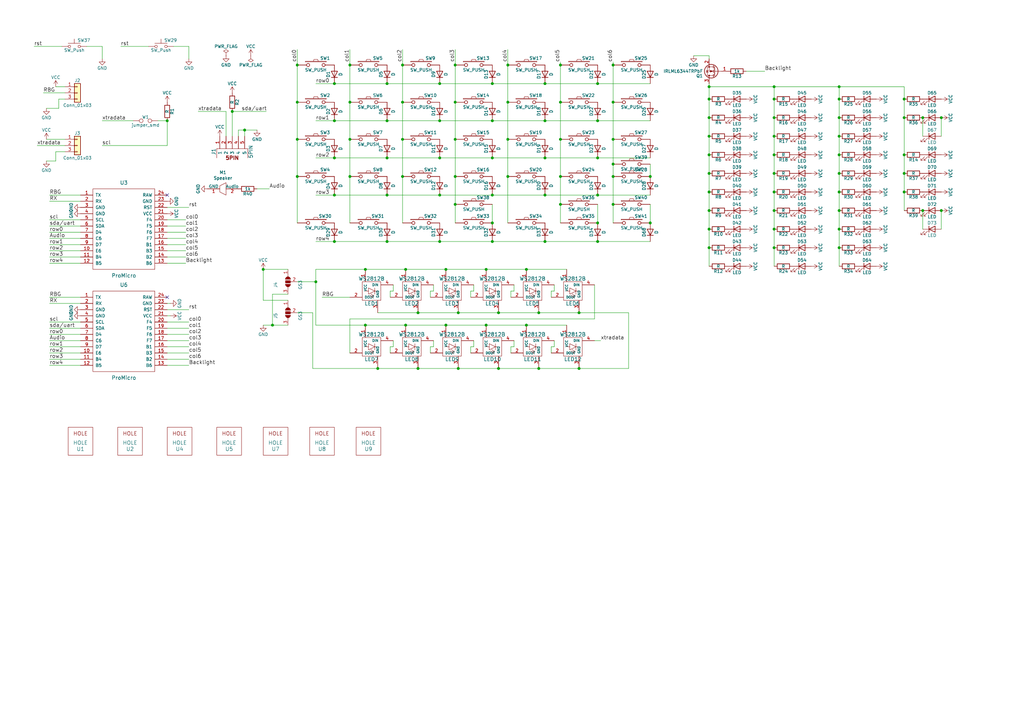
<source format=kicad_sch>
(kicad_sch (version 20201015) (generator eeschema)
  (paper "A3")
  (title_block (title "Dash") (rev "1.0.0-alpha") (company "omkbd"))
  (junction (at 68.58 49.53) (diameter 1.016))
  (junction (at 95.25 45.72) (diameter 1.016))
  (junction (at 100.33 53.34) (diameter 1.016))
  (junction (at 107.95 110.49) (diameter 1.016))
  (junction (at 111.76 133.35) (diameter 1.016))
  (junction (at 121.92 26.67) (diameter 1.016))
  (junction (at 121.92 41.91) (diameter 1.016))
  (junction (at 121.92 57.15) (diameter 1.016))
  (junction (at 121.92 72.39) (diameter 1.016))
  (junction (at 129.54 115.57) (diameter 1.016))
  (junction (at 137.16 34.29) (diameter 1.016))
  (junction (at 137.16 49.53) (diameter 1.016))
  (junction (at 137.16 64.77) (diameter 1.016))
  (junction (at 137.16 80.01) (diameter 1.016))
  (junction (at 137.16 99.06) (diameter 1.016))
  (junction (at 143.51 26.67) (diameter 1.016))
  (junction (at 143.51 41.91) (diameter 1.016))
  (junction (at 143.51 57.15) (diameter 1.016))
  (junction (at 143.51 72.39) (diameter 1.016))
  (junction (at 149.86 110.49) (diameter 1.016))
  (junction (at 149.86 133.35) (diameter 1.016))
  (junction (at 154.94 151.13) (diameter 1.016))
  (junction (at 158.75 34.29) (diameter 1.016))
  (junction (at 158.75 49.53) (diameter 1.016))
  (junction (at 158.75 64.77) (diameter 1.016))
  (junction (at 158.75 80.01) (diameter 1.016))
  (junction (at 158.75 99.06) (diameter 1.016))
  (junction (at 165.1 26.67) (diameter 1.016))
  (junction (at 165.1 41.91) (diameter 1.016))
  (junction (at 165.1 57.15) (diameter 1.016))
  (junction (at 165.1 72.39) (diameter 1.016))
  (junction (at 166.37 110.49) (diameter 1.016))
  (junction (at 166.37 133.35) (diameter 1.016))
  (junction (at 171.45 128.27) (diameter 1.016))
  (junction (at 171.45 151.13) (diameter 1.016))
  (junction (at 180.34 34.29) (diameter 1.016))
  (junction (at 180.34 49.53) (diameter 1.016))
  (junction (at 180.34 64.77) (diameter 1.016))
  (junction (at 180.34 80.01) (diameter 1.016))
  (junction (at 180.34 99.06) (diameter 1.016))
  (junction (at 182.88 110.49) (diameter 1.016))
  (junction (at 182.88 133.35) (diameter 1.016))
  (junction (at 186.69 26.67) (diameter 1.016))
  (junction (at 186.69 41.91) (diameter 1.016))
  (junction (at 186.69 57.15) (diameter 1.016))
  (junction (at 186.69 72.39) (diameter 1.016))
  (junction (at 186.69 83.82) (diameter 1.016))
  (junction (at 187.96 128.27) (diameter 1.016))
  (junction (at 187.96 151.13) (diameter 1.016))
  (junction (at 199.39 110.49) (diameter 1.016))
  (junction (at 199.39 133.35) (diameter 1.016))
  (junction (at 201.93 34.29) (diameter 1.016))
  (junction (at 201.93 49.53) (diameter 1.016))
  (junction (at 201.93 64.77) (diameter 1.016))
  (junction (at 201.93 80.01) (diameter 1.016))
  (junction (at 201.93 91.44) (diameter 1.016))
  (junction (at 201.93 99.06) (diameter 1.016))
  (junction (at 204.47 128.27) (diameter 1.016))
  (junction (at 204.47 151.13) (diameter 1.016))
  (junction (at 208.28 26.67) (diameter 1.016))
  (junction (at 208.28 41.91) (diameter 1.016))
  (junction (at 208.28 57.15) (diameter 1.016))
  (junction (at 208.28 72.39) (diameter 1.016))
  (junction (at 215.9 110.49) (diameter 1.016))
  (junction (at 215.9 133.35) (diameter 1.016))
  (junction (at 220.98 128.27) (diameter 1.016))
  (junction (at 220.98 151.13) (diameter 1.016))
  (junction (at 223.52 34.29) (diameter 1.016))
  (junction (at 223.52 49.53) (diameter 1.016))
  (junction (at 223.52 64.77) (diameter 1.016))
  (junction (at 223.52 80.01) (diameter 1.016))
  (junction (at 223.52 99.06) (diameter 1.016))
  (junction (at 229.87 26.67) (diameter 1.016))
  (junction (at 229.87 41.91) (diameter 1.016))
  (junction (at 229.87 57.15) (diameter 1.016))
  (junction (at 229.87 72.39) (diameter 1.016))
  (junction (at 229.87 83.82) (diameter 1.016))
  (junction (at 237.49 128.27) (diameter 1.016))
  (junction (at 237.49 151.13) (diameter 1.016))
  (junction (at 245.11 34.29) (diameter 1.016))
  (junction (at 245.11 49.53) (diameter 1.016))
  (junction (at 245.11 64.77) (diameter 1.016))
  (junction (at 245.11 80.01) (diameter 1.016))
  (junction (at 245.11 91.44) (diameter 1.016))
  (junction (at 245.11 99.06) (diameter 1.016))
  (junction (at 251.46 26.67) (diameter 1.016))
  (junction (at 251.46 41.91) (diameter 1.016))
  (junction (at 251.46 57.15) (diameter 1.016))
  (junction (at 251.46 67.31) (diameter 1.016))
  (junction (at 251.46 72.39) (diameter 1.016))
  (junction (at 251.46 83.82) (diameter 1.016))
  (junction (at 266.7 72.39) (diameter 1.016))
  (junction (at 266.7 91.44) (diameter 1.016))
  (junction (at 290.83 35.56) (diameter 1.016))
  (junction (at 290.83 40.64) (diameter 1.016))
  (junction (at 290.83 48.26) (diameter 1.016))
  (junction (at 290.83 55.88) (diameter 1.016))
  (junction (at 290.83 63.5) (diameter 1.016))
  (junction (at 290.83 71.12) (diameter 1.016))
  (junction (at 290.83 78.74) (diameter 1.016))
  (junction (at 290.83 86.36) (diameter 1.016))
  (junction (at 290.83 93.98) (diameter 1.016))
  (junction (at 290.83 101.6) (diameter 1.016))
  (junction (at 317.5 35.56) (diameter 1.016))
  (junction (at 317.5 40.64) (diameter 1.016))
  (junction (at 317.5 48.26) (diameter 1.016))
  (junction (at 317.5 55.88) (diameter 1.016))
  (junction (at 317.5 63.5) (diameter 1.016))
  (junction (at 317.5 71.12) (diameter 1.016))
  (junction (at 317.5 78.74) (diameter 1.016))
  (junction (at 317.5 86.36) (diameter 1.016))
  (junction (at 317.5 93.98) (diameter 1.016))
  (junction (at 317.5 101.6) (diameter 1.016))
  (junction (at 344.17 35.56) (diameter 1.016))
  (junction (at 344.17 40.64) (diameter 1.016))
  (junction (at 344.17 48.26) (diameter 1.016))
  (junction (at 344.17 55.88) (diameter 1.016))
  (junction (at 344.17 63.5) (diameter 1.016))
  (junction (at 344.17 71.12) (diameter 1.016))
  (junction (at 344.17 78.74) (diameter 1.016))
  (junction (at 344.17 86.36) (diameter 1.016))
  (junction (at 344.17 93.98) (diameter 1.016))
  (junction (at 344.17 101.6) (diameter 1.016))
  (junction (at 370.84 40.64) (diameter 1.016))
  (junction (at 370.84 48.26) (diameter 1.016))
  (junction (at 370.84 63.5) (diameter 1.016))
  (junction (at 370.84 71.12) (diameter 1.016))
  (junction (at 370.84 78.74) (diameter 1.016))
  (junction (at 378.46 48.26) (diameter 1.016))
  (junction (at 378.46 86.36) (diameter 1.016))
  (junction (at 386.08 48.26) (diameter 1.016))
  (junction (at 386.08 86.36) (diameter 1.016))
  (no_connect (at 68.58 80.01))
  (no_connect (at 68.58 121.92))
  (wire (pts (xy 17.78 38.1) (xy 26.67 38.1)))
  (wire (pts (xy 19.05 57.15) (xy 26.67 57.15)))
  (wire (pts (xy 20.32 80.01) (xy 33.02 80.01)))
  (wire (pts (xy 20.32 82.55) (xy 33.02 82.55)))
  (wire (pts (xy 20.32 95.25) (xy 33.02 95.25)))
  (wire (pts (xy 20.32 97.79) (xy 33.02 97.79)))
  (wire (pts (xy 20.32 100.33) (xy 33.02 100.33)))
  (wire (pts (xy 20.32 102.87) (xy 33.02 102.87)))
  (wire (pts (xy 20.32 105.41) (xy 33.02 105.41)))
  (wire (pts (xy 20.32 107.95) (xy 33.02 107.95)))
  (wire (pts (xy 20.32 121.92) (xy 33.02 121.92)))
  (wire (pts (xy 20.32 124.46) (xy 33.02 124.46)))
  (wire (pts (xy 20.32 137.16) (xy 33.02 137.16)))
  (wire (pts (xy 20.32 139.7) (xy 33.02 139.7)))
  (wire (pts (xy 20.32 142.24) (xy 33.02 142.24)))
  (wire (pts (xy 20.32 144.78) (xy 33.02 144.78)))
  (wire (pts (xy 20.32 147.32) (xy 33.02 147.32)))
  (wire (pts (xy 20.32 149.86) (xy 33.02 149.86)))
  (wire (pts (xy 22.86 35.56) (xy 26.67 35.56)))
  (wire (pts (xy 22.86 62.23) (xy 22.86 66.04)))
  (wire (pts (xy 22.86 62.23) (xy 26.67 62.23)))
  (wire (pts (xy 22.86 66.04) (xy 19.05 66.04)))
  (wire (pts (xy 24.13 40.64) (xy 24.13 44.45)))
  (wire (pts (xy 24.13 44.45) (xy 19.05 44.45)))
  (wire (pts (xy 25.4 19.05) (xy 13.97 19.05)))
  (wire (pts (xy 26.67 40.64) (xy 24.13 40.64)))
  (wire (pts (xy 26.67 59.69) (xy 15.24 59.69)))
  (wire (pts (xy 33.02 90.17) (xy 20.32 90.17)))
  (wire (pts (xy 33.02 92.71) (xy 20.32 92.71)))
  (wire (pts (xy 33.02 132.08) (xy 20.32 132.08)))
  (wire (pts (xy 33.02 134.62) (xy 20.32 134.62)))
  (wire (pts (xy 35.56 19.05) (xy 41.91 19.05)))
  (wire (pts (xy 41.91 19.05) (xy 41.91 24.13)))
  (wire (pts (xy 41.91 59.69) (xy 68.58 59.69)))
  (wire (pts (xy 54.61 49.53) (xy 41.91 49.53)))
  (wire (pts (xy 60.96 19.05) (xy 49.53 19.05)))
  (wire (pts (xy 68.58 49.53) (xy 64.77 49.53)))
  (wire (pts (xy 68.58 59.69) (xy 68.58 49.53)))
  (wire (pts (xy 68.58 85.09) (xy 77.47 85.09)))
  (wire (pts (xy 68.58 90.17) (xy 76.2 90.17)))
  (wire (pts (xy 68.58 92.71) (xy 76.2 92.71)))
  (wire (pts (xy 68.58 95.25) (xy 76.2 95.25)))
  (wire (pts (xy 68.58 97.79) (xy 76.2 97.79)))
  (wire (pts (xy 68.58 100.33) (xy 76.2 100.33)))
  (wire (pts (xy 68.58 102.87) (xy 76.2 102.87)))
  (wire (pts (xy 68.58 105.41) (xy 76.2 105.41)))
  (wire (pts (xy 68.58 124.46) (xy 69.85 124.46)))
  (wire (pts (xy 68.58 127) (xy 77.47 127)))
  (wire (pts (xy 68.58 129.54) (xy 69.85 129.54)))
  (wire (pts (xy 68.58 132.08) (xy 77.47 132.08)))
  (wire (pts (xy 68.58 134.62) (xy 77.47 134.62)))
  (wire (pts (xy 68.58 137.16) (xy 77.47 137.16)))
  (wire (pts (xy 68.58 139.7) (xy 77.47 139.7)))
  (wire (pts (xy 68.58 142.24) (xy 77.47 142.24)))
  (wire (pts (xy 68.58 144.78) (xy 77.47 144.78)))
  (wire (pts (xy 68.58 147.32) (xy 77.47 147.32)))
  (wire (pts (xy 68.58 149.86) (xy 77.47 149.86)))
  (wire (pts (xy 71.12 19.05) (xy 77.47 19.05)))
  (wire (pts (xy 76.2 107.95) (xy 68.58 107.95)))
  (wire (pts (xy 77.47 19.05) (xy 77.47 24.13)))
  (wire (pts (xy 92.71 45.72) (xy 81.28 45.72)))
  (wire (pts (xy 92.71 55.88) (xy 92.71 45.72)))
  (wire (pts (xy 95.25 45.72) (xy 95.25 55.88)))
  (wire (pts (xy 95.25 45.72) (xy 109.22 45.72)))
  (wire (pts (xy 97.79 53.34) (xy 100.33 53.34)))
  (wire (pts (xy 97.79 55.88) (xy 97.79 53.34)))
  (wire (pts (xy 100.33 53.34) (xy 100.33 55.88)))
  (wire (pts (xy 100.33 53.34) (xy 105.41 53.34)))
  (wire (pts (xy 105.41 77.47) (xy 110.49 77.47)))
  (wire (pts (xy 107.95 110.49) (xy 107.95 123.19)))
  (wire (pts (xy 107.95 110.49) (xy 118.11 110.49)))
  (wire (pts (xy 107.95 123.19) (xy 118.11 123.19)))
  (wire (pts (xy 107.95 133.35) (xy 111.76 133.35)))
  (wire (pts (xy 111.76 120.65) (xy 111.76 133.35)))
  (wire (pts (xy 111.76 120.65) (xy 118.11 120.65)))
  (wire (pts (xy 111.76 133.35) (xy 118.11 133.35)))
  (wire (pts (xy 121.92 20.32) (xy 121.92 26.67)))
  (wire (pts (xy 121.92 26.67) (xy 121.92 41.91)))
  (wire (pts (xy 121.92 41.91) (xy 121.92 57.15)))
  (wire (pts (xy 121.92 57.15) (xy 121.92 72.39)))
  (wire (pts (xy 121.92 72.39) (xy 121.92 91.44)))
  (wire (pts (xy 121.92 115.57) (xy 129.54 115.57)))
  (wire (pts (xy 121.92 128.27) (xy 128.27 128.27)))
  (wire (pts (xy 128.27 128.27) (xy 128.27 151.13)))
  (wire (pts (xy 128.27 151.13) (xy 154.94 151.13)))
  (wire (pts (xy 129.54 34.29) (xy 137.16 34.29)))
  (wire (pts (xy 129.54 49.53) (xy 137.16 49.53)))
  (wire (pts (xy 129.54 64.77) (xy 137.16 64.77)))
  (wire (pts (xy 129.54 80.01) (xy 137.16 80.01)))
  (wire (pts (xy 129.54 99.06) (xy 137.16 99.06)))
  (wire (pts (xy 129.54 110.49) (xy 129.54 115.57)))
  (wire (pts (xy 129.54 110.49) (xy 149.86 110.49)))
  (wire (pts (xy 129.54 115.57) (xy 129.54 133.35)))
  (wire (pts (xy 129.54 133.35) (xy 149.86 133.35)))
  (wire (pts (xy 132.08 121.92) (xy 143.51 121.92)))
  (wire (pts (xy 137.16 34.29) (xy 158.75 34.29)))
  (wire (pts (xy 137.16 49.53) (xy 158.75 49.53)))
  (wire (pts (xy 137.16 64.77) (xy 158.75 64.77)))
  (wire (pts (xy 137.16 80.01) (xy 158.75 80.01)))
  (wire (pts (xy 137.16 99.06) (xy 158.75 99.06)))
  (wire (pts (xy 143.51 20.32) (xy 143.51 26.67)))
  (wire (pts (xy 143.51 26.67) (xy 143.51 41.91)))
  (wire (pts (xy 143.51 41.91) (xy 143.51 57.15)))
  (wire (pts (xy 143.51 57.15) (xy 143.51 72.39)))
  (wire (pts (xy 143.51 72.39) (xy 143.51 91.44)))
  (wire (pts (xy 143.51 130.81) (xy 243.84 130.81)))
  (wire (pts (xy 143.51 144.78) (xy 143.51 130.81)))
  (wire (pts (xy 149.86 110.49) (xy 166.37 110.49)))
  (wire (pts (xy 149.86 133.35) (xy 166.37 133.35)))
  (wire (pts (xy 154.94 128.27) (xy 171.45 128.27)))
  (wire (pts (xy 154.94 151.13) (xy 171.45 151.13)))
  (wire (pts (xy 158.75 34.29) (xy 180.34 34.29)))
  (wire (pts (xy 158.75 49.53) (xy 180.34 49.53)))
  (wire (pts (xy 158.75 64.77) (xy 180.34 64.77)))
  (wire (pts (xy 158.75 80.01) (xy 180.34 80.01)))
  (wire (pts (xy 158.75 99.06) (xy 180.34 99.06)))
  (wire (pts (xy 160.02 119.38) (xy 160.02 121.92)))
  (wire (pts (xy 160.02 142.24) (xy 160.02 144.78)))
  (wire (pts (xy 161.29 116.84) (xy 161.29 119.38)))
  (wire (pts (xy 161.29 119.38) (xy 160.02 119.38)))
  (wire (pts (xy 161.29 139.7) (xy 161.29 142.24)))
  (wire (pts (xy 161.29 142.24) (xy 160.02 142.24)))
  (wire (pts (xy 165.1 20.32) (xy 165.1 26.67)))
  (wire (pts (xy 165.1 26.67) (xy 165.1 41.91)))
  (wire (pts (xy 165.1 41.91) (xy 165.1 57.15)))
  (wire (pts (xy 165.1 57.15) (xy 165.1 72.39)))
  (wire (pts (xy 165.1 72.39) (xy 165.1 91.44)))
  (wire (pts (xy 166.37 110.49) (xy 182.88 110.49)))
  (wire (pts (xy 166.37 133.35) (xy 182.88 133.35)))
  (wire (pts (xy 171.45 128.27) (xy 187.96 128.27)))
  (wire (pts (xy 171.45 151.13) (xy 187.96 151.13)))
  (wire (pts (xy 176.53 119.38) (xy 176.53 121.92)))
  (wire (pts (xy 176.53 142.24) (xy 176.53 144.78)))
  (wire (pts (xy 177.8 116.84) (xy 177.8 119.38)))
  (wire (pts (xy 177.8 119.38) (xy 176.53 119.38)))
  (wire (pts (xy 177.8 139.7) (xy 177.8 142.24)))
  (wire (pts (xy 177.8 142.24) (xy 176.53 142.24)))
  (wire (pts (xy 180.34 34.29) (xy 201.93 34.29)))
  (wire (pts (xy 180.34 49.53) (xy 201.93 49.53)))
  (wire (pts (xy 180.34 64.77) (xy 201.93 64.77)))
  (wire (pts (xy 180.34 80.01) (xy 201.93 80.01)))
  (wire (pts (xy 180.34 99.06) (xy 201.93 99.06)))
  (wire (pts (xy 182.88 110.49) (xy 199.39 110.49)))
  (wire (pts (xy 182.88 133.35) (xy 199.39 133.35)))
  (wire (pts (xy 186.69 20.32) (xy 186.69 26.67)))
  (wire (pts (xy 186.69 26.67) (xy 186.69 41.91)))
  (wire (pts (xy 186.69 41.91) (xy 186.69 57.15)))
  (wire (pts (xy 186.69 57.15) (xy 186.69 72.39)))
  (wire (pts (xy 186.69 72.39) (xy 186.69 83.82)))
  (wire (pts (xy 186.69 83.82) (xy 186.69 91.44)))
  (wire (pts (xy 187.96 128.27) (xy 204.47 128.27)))
  (wire (pts (xy 187.96 151.13) (xy 204.47 151.13)))
  (wire (pts (xy 193.04 119.38) (xy 193.04 121.92)))
  (wire (pts (xy 193.04 142.24) (xy 193.04 144.78)))
  (wire (pts (xy 194.31 116.84) (xy 194.31 119.38)))
  (wire (pts (xy 194.31 119.38) (xy 193.04 119.38)))
  (wire (pts (xy 194.31 139.7) (xy 194.31 142.24)))
  (wire (pts (xy 194.31 142.24) (xy 193.04 142.24)))
  (wire (pts (xy 199.39 110.49) (xy 215.9 110.49)))
  (wire (pts (xy 199.39 133.35) (xy 215.9 133.35)))
  (wire (pts (xy 201.93 34.29) (xy 223.52 34.29)))
  (wire (pts (xy 201.93 49.53) (xy 223.52 49.53)))
  (wire (pts (xy 201.93 64.77) (xy 223.52 64.77)))
  (wire (pts (xy 201.93 80.01) (xy 223.52 80.01)))
  (wire (pts (xy 201.93 83.82) (xy 201.93 91.44)))
  (wire (pts (xy 201.93 99.06) (xy 223.52 99.06)))
  (wire (pts (xy 204.47 128.27) (xy 220.98 128.27)))
  (wire (pts (xy 204.47 151.13) (xy 220.98 151.13)))
  (wire (pts (xy 208.28 20.32) (xy 208.28 26.67)))
  (wire (pts (xy 208.28 26.67) (xy 208.28 41.91)))
  (wire (pts (xy 208.28 41.91) (xy 208.28 57.15)))
  (wire (pts (xy 208.28 57.15) (xy 208.28 72.39)))
  (wire (pts (xy 208.28 72.39) (xy 208.28 91.44)))
  (wire (pts (xy 209.55 119.38) (xy 209.55 121.92)))
  (wire (pts (xy 209.55 142.24) (xy 209.55 144.78)))
  (wire (pts (xy 210.82 116.84) (xy 210.82 119.38)))
  (wire (pts (xy 210.82 119.38) (xy 209.55 119.38)))
  (wire (pts (xy 210.82 139.7) (xy 210.82 142.24)))
  (wire (pts (xy 210.82 142.24) (xy 209.55 142.24)))
  (wire (pts (xy 215.9 110.49) (xy 232.41 110.49)))
  (wire (pts (xy 215.9 133.35) (xy 232.41 133.35)))
  (wire (pts (xy 220.98 128.27) (xy 237.49 128.27)))
  (wire (pts (xy 220.98 151.13) (xy 237.49 151.13)))
  (wire (pts (xy 223.52 34.29) (xy 245.11 34.29)))
  (wire (pts (xy 223.52 49.53) (xy 245.11 49.53)))
  (wire (pts (xy 223.52 64.77) (xy 245.11 64.77)))
  (wire (pts (xy 223.52 80.01) (xy 245.11 80.01)))
  (wire (pts (xy 223.52 99.06) (xy 245.11 99.06)))
  (wire (pts (xy 226.06 119.38) (xy 226.06 121.92)))
  (wire (pts (xy 226.06 142.24) (xy 226.06 144.78)))
  (wire (pts (xy 227.33 116.84) (xy 227.33 119.38)))
  (wire (pts (xy 227.33 119.38) (xy 226.06 119.38)))
  (wire (pts (xy 227.33 139.7) (xy 227.33 142.24)))
  (wire (pts (xy 227.33 142.24) (xy 226.06 142.24)))
  (wire (pts (xy 229.87 25.4) (xy 229.87 26.67)))
  (wire (pts (xy 229.87 26.67) (xy 229.87 41.91)))
  (wire (pts (xy 229.87 41.91) (xy 229.87 57.15)))
  (wire (pts (xy 229.87 57.15) (xy 229.87 72.39)))
  (wire (pts (xy 229.87 72.39) (xy 229.87 83.82)))
  (wire (pts (xy 229.87 83.82) (xy 229.87 91.44)))
  (wire (pts (xy 237.49 128.27) (xy 257.81 128.27)))
  (wire (pts (xy 237.49 151.13) (xy 257.81 151.13)))
  (wire (pts (xy 243.84 130.81) (xy 243.84 116.84)))
  (wire (pts (xy 243.84 139.7) (xy 246.38 139.7)))
  (wire (pts (xy 245.11 34.29) (xy 266.7 34.29)))
  (wire (pts (xy 245.11 49.53) (xy 266.7 49.53)))
  (wire (pts (xy 245.11 64.77) (xy 266.7 64.77)))
  (wire (pts (xy 245.11 80.01) (xy 266.7 80.01)))
  (wire (pts (xy 245.11 91.44) (xy 245.11 83.82)))
  (wire (pts (xy 245.11 99.06) (xy 266.7 99.06)))
  (wire (pts (xy 251.46 25.4) (xy 251.46 26.67)))
  (wire (pts (xy 251.46 26.67) (xy 251.46 41.91)))
  (wire (pts (xy 251.46 41.91) (xy 251.46 57.15)))
  (wire (pts (xy 251.46 57.15) (xy 251.46 67.31)))
  (wire (pts (xy 251.46 67.31) (xy 251.46 72.39)))
  (wire (pts (xy 251.46 72.39) (xy 251.46 83.82)))
  (wire (pts (xy 251.46 83.82) (xy 251.46 91.44)))
  (wire (pts (xy 257.81 151.13) (xy 257.81 128.27)))
  (wire (pts (xy 266.7 67.31) (xy 266.7 72.39)))
  (wire (pts (xy 266.7 91.44) (xy 266.7 83.82)))
  (wire (pts (xy 290.83 22.86) (xy 284.48 22.86)))
  (wire (pts (xy 290.83 24.13) (xy 290.83 22.86)))
  (wire (pts (xy 290.83 34.29) (xy 290.83 35.56)))
  (wire (pts (xy 290.83 35.56) (xy 290.83 40.64)))
  (wire (pts (xy 290.83 35.56) (xy 317.5 35.56)))
  (wire (pts (xy 290.83 40.64) (xy 290.83 48.26)))
  (wire (pts (xy 290.83 48.26) (xy 290.83 55.88)))
  (wire (pts (xy 290.83 55.88) (xy 290.83 63.5)))
  (wire (pts (xy 290.83 63.5) (xy 290.83 71.12)))
  (wire (pts (xy 290.83 71.12) (xy 290.83 78.74)))
  (wire (pts (xy 290.83 78.74) (xy 290.83 86.36)))
  (wire (pts (xy 290.83 86.36) (xy 290.83 93.98)))
  (wire (pts (xy 290.83 93.98) (xy 290.83 101.6)))
  (wire (pts (xy 290.83 101.6) (xy 290.83 109.22)))
  (wire (pts (xy 306.07 29.21) (xy 313.69 29.21)))
  (wire (pts (xy 317.5 35.56) (xy 317.5 40.64)))
  (wire (pts (xy 317.5 35.56) (xy 344.17 35.56)))
  (wire (pts (xy 317.5 40.64) (xy 317.5 48.26)))
  (wire (pts (xy 317.5 48.26) (xy 317.5 55.88)))
  (wire (pts (xy 317.5 55.88) (xy 317.5 63.5)))
  (wire (pts (xy 317.5 63.5) (xy 317.5 71.12)))
  (wire (pts (xy 317.5 71.12) (xy 317.5 78.74)))
  (wire (pts (xy 317.5 78.74) (xy 317.5 86.36)))
  (wire (pts (xy 317.5 86.36) (xy 317.5 93.98)))
  (wire (pts (xy 317.5 93.98) (xy 317.5 101.6)))
  (wire (pts (xy 317.5 101.6) (xy 317.5 109.22)))
  (wire (pts (xy 344.17 35.56) (xy 344.17 40.64)))
  (wire (pts (xy 344.17 35.56) (xy 370.84 35.56)))
  (wire (pts (xy 344.17 40.64) (xy 344.17 48.26)))
  (wire (pts (xy 344.17 48.26) (xy 344.17 55.88)))
  (wire (pts (xy 344.17 55.88) (xy 344.17 63.5)))
  (wire (pts (xy 344.17 63.5) (xy 344.17 71.12)))
  (wire (pts (xy 344.17 71.12) (xy 344.17 78.74)))
  (wire (pts (xy 344.17 78.74) (xy 344.17 86.36)))
  (wire (pts (xy 344.17 86.36) (xy 344.17 93.98)))
  (wire (pts (xy 344.17 93.98) (xy 344.17 101.6)))
  (wire (pts (xy 344.17 101.6) (xy 344.17 109.22)))
  (wire (pts (xy 370.84 35.56) (xy 370.84 40.64)))
  (wire (pts (xy 370.84 40.64) (xy 370.84 48.26)))
  (wire (pts (xy 370.84 48.26) (xy 370.84 63.5)))
  (wire (pts (xy 370.84 63.5) (xy 370.84 71.12)))
  (wire (pts (xy 370.84 71.12) (xy 370.84 78.74)))
  (wire (pts (xy 370.84 78.74) (xy 370.84 86.36)))
  (wire (pts (xy 378.46 55.88) (xy 378.46 48.26)))
  (wire (pts (xy 378.46 93.98) (xy 378.46 86.36)))
  (wire (pts (xy 386.08 55.88) (xy 386.08 48.26)))
  (wire (pts (xy 386.08 93.98) (xy 386.08 86.36)))
  (label "rst" (at 13.97 19.05 0) (effects (font (size 1.524 1.524))))
  (label "xtradata" (at 15.24 59.69 0) (effects (font (size 1.524 1.524))))
  (label "RBG" (at 17.78 38.1 0) (effects (font (size 1.524 1.524))))
  (label "RBG" (at 20.32 80.01 0) (effects (font (size 1.524 1.524))))
  (label "RX" (at 20.32 82.55 0) (effects (font (size 1.524 1.524))))
  (label "scl" (at 20.32 90.17 0) (effects (font (size 1.524 1.524))))
  (label "sda/uart" (at 20.32 92.71 0) (effects (font (size 1.524 1.524))))
  (label "row0" (at 20.32 95.25 0) (effects (font (size 1.524 1.524))))
  (label "Audio" (at 20.32 97.79 0) (effects (font (size 1.524 1.524))))
  (label "row1" (at 20.32 100.33 0) (effects (font (size 1.524 1.524))))
  (label "row2" (at 20.32 102.87 0) (effects (font (size 1.524 1.524))))
  (label "row3" (at 20.32 105.41 0) (effects (font (size 1.524 1.524))))
  (label "row4" (at 20.32 107.95 0) (effects (font (size 1.524 1.524))))
  (label "RBG" (at 20.32 121.92 0) (effects (font (size 1.524 1.524))))
  (label "RX" (at 20.32 124.46 0) (effects (font (size 1.524 1.524))))
  (label "scl" (at 20.32 132.08 0) (effects (font (size 1.524 1.524))))
  (label "sda/uart" (at 20.32 134.62 0) (effects (font (size 1.524 1.524))))
  (label "row0" (at 20.32 137.16 0) (effects (font (size 1.524 1.524))))
  (label "Audio" (at 20.32 139.7 0) (effects (font (size 1.524 1.524))))
  (label "row1" (at 20.32 142.24 0) (effects (font (size 1.524 1.524))))
  (label "row2" (at 20.32 144.78 0) (effects (font (size 1.524 1.524))))
  (label "row3" (at 20.32 147.32 0) (effects (font (size 1.524 1.524))))
  (label "row4" (at 20.32 149.86 0) (effects (font (size 1.524 1.524))))
  (label "xtradata" (at 41.91 49.53 0) (effects (font (size 1.524 1.524))))
  (label "scl" (at 41.91 59.69 0) (effects (font (size 1.524 1.524))))
  (label "rst" (at 49.53 19.05 0) (effects (font (size 1.524 1.524))))
  (label "col0" (at 76.2 90.17 0) (effects (font (size 1.524 1.524))))
  (label "col1" (at 76.2 92.71 0) (effects (font (size 1.524 1.524))))
  (label "col2" (at 76.2 95.25 0) (effects (font (size 1.524 1.524))))
  (label "col3" (at 76.2 97.79 0) (effects (font (size 1.524 1.524))))
  (label "col4" (at 76.2 100.33 0) (effects (font (size 1.524 1.524))))
  (label "col5" (at 76.2 102.87 0) (effects (font (size 1.524 1.524))))
  (label "col6" (at 76.2 105.41 0) (effects (font (size 1.524 1.524))))
  (label "Backlight" (at 76.2 107.95 0) (effects (font (size 1.524 1.524))))
  (label "rst" (at 77.47 85.09 0) (effects (font (size 1.524 1.524))))
  (label "rst" (at 77.47 127 0) (effects (font (size 1.524 1.524))))
  (label "col0" (at 77.47 132.08 0) (effects (font (size 1.524 1.524))))
  (label "col1" (at 77.47 134.62 0) (effects (font (size 1.524 1.524))))
  (label "col2" (at 77.47 137.16 0) (effects (font (size 1.524 1.524))))
  (label "col3" (at 77.47 139.7 0) (effects (font (size 1.524 1.524))))
  (label "col4" (at 77.47 142.24 0) (effects (font (size 1.524 1.524))))
  (label "col5" (at 77.47 144.78 0) (effects (font (size 1.524 1.524))))
  (label "col6" (at 77.47 147.32 0) (effects (font (size 1.524 1.524))))
  (label "Backlight" (at 77.47 149.86 0) (effects (font (size 1.524 1.524))))
  (label "xtradata" (at 81.28 45.72 0) (effects (font (size 1.524 1.524))))
  (label "sda/uart" (at 99.06 45.72 0) (effects (font (size 1.524 1.524))))
  (label "Audio" (at 110.49 77.47 0) (effects (font (size 1.524 1.524))))
  (label "col0" (at 121.92 25.4 90) (effects (font (size 1.524 1.524))))
  (label "row0" (at 129.54 34.29 0) (effects (font (size 1.524 1.524))))
  (label "row1" (at 129.54 49.53 0) (effects (font (size 1.524 1.524))))
  (label "row2" (at 129.54 64.77 0) (effects (font (size 1.524 1.524))))
  (label "row3" (at 129.54 80.01 0) (effects (font (size 1.524 1.524))))
  (label "row4" (at 129.54 99.06 0) (effects (font (size 1.524 1.524))))
  (label "RBG" (at 132.08 121.92 0) (effects (font (size 1.524 1.524))))
  (label "col1" (at 143.51 25.4 90) (effects (font (size 1.524 1.524))))
  (label "col2" (at 165.1 25.4 90) (effects (font (size 1.524 1.524))))
  (label "col3" (at 186.69 25.4 90) (effects (font (size 1.524 1.524))))
  (label "col4" (at 208.28 25.4 90) (effects (font (size 1.524 1.524))))
  (label "col5" (at 229.87 25.4 90) (effects (font (size 1.524 1.524))))
  (label "xtradata" (at 246.38 139.7 0) (effects (font (size 1.524 1.524))))
  (label "col6" (at 251.46 25.4 90) (effects (font (size 1.524 1.524))))
  (label "Backlight" (at 313.69 29.21 0) (effects (font (size 1.524 1.524))))
  (symbol (lib_id "power:PWR_FLAG") (at 92.71 22.86 0) (unit 1)
    (property "Reference" "#FLG09" (effects hide))
    (property "Value" "PWR_FLAG" (at 92.71 19.05 0))
  )
  (symbol (lib_id "power:PWR_FLAG") (at 102.87 22.86 180) (unit 1)
    (property "Reference" "#FLG010" (effects hide))
    (property "Value" "PWR_FLAG" (at 102.87 26.67 0))
  )
  (symbol (lib_id "power:VCC") (at 19.05 57.15 0) (unit 1)
    (property "Reference" "#PWR014" (effects hide))
    (property "Value" "VCC" (at 19.05 53.34 0))
  )
  (symbol (lib_id "power:VCC") (at 22.86 35.56 0) (unit 1)
    (property "Reference" "#PWR016" (effects hide))
    (property "Value" "VCC" (at 22.86 31.75 0))
  )
  (symbol (lib_id "power:VCC") (at 68.58 41.91 0) (unit 1)
    (property "Reference" "#PWR05" (effects hide))
    (property "Value" "VCC" (at 68.58 38.1 0))
  )
  (symbol (lib_id "power:VCC") (at 68.58 87.63 270) (unit 1)
    (property "Reference" "#PWR02" (effects hide))
    (property "Value" "VCC" (at 72.39 87.63 0))
  )
  (symbol (lib_id "power:VCC") (at 69.85 129.54 270) (unit 1)
    (property "Reference" "#PWR019" (effects hide))
    (property "Value" "VCC" (at 73.66 129.54 0))
  )
  (symbol (lib_id "power:VCC") (at 90.17 55.88 0) (unit 1)
    (property "Reference" "#PWR08" (effects hide))
    (property "Value" "VCC" (at 90.17 52.07 0))
  )
  (symbol (lib_id "power:VCC") (at 95.25 38.1 0) (unit 1)
    (property "Reference" "#PWR06" (effects hide))
    (property "Value" "VCC" (at 95.25 34.29 0))
  )
  (symbol (lib_id "power:VCC") (at 102.87 22.86 0) (unit 1)
    (property "Reference" "#PWR012" (effects hide))
    (property "Value" "VCC" (at 102.87 19.05 0))
  )
  (symbol (lib_id "power:VCC") (at 107.95 110.49 0) (unit 1)
    (property "Reference" "#PWR023" (effects hide))
    (property "Value" "VCC" (at 107.95 106.68 0))
  )
  (symbol (lib_id "power:VCC") (at 306.07 40.64 270) (unit 1)
    (property "Reference" "#PWR025" (effects hide))
    (property "Value" "VCC" (at 309.88 40.64 0))
  )
  (symbol (lib_id "power:VCC") (at 306.07 48.26 270) (unit 1)
    (property "Reference" "#PWR026" (effects hide))
    (property "Value" "VCC" (at 309.88 48.26 0))
  )
  (symbol (lib_id "power:VCC") (at 306.07 55.88 270) (unit 1)
    (property "Reference" "#PWR027" (effects hide))
    (property "Value" "VCC" (at 309.88 55.88 0))
  )
  (symbol (lib_id "power:VCC") (at 306.07 63.5 270) (unit 1)
    (property "Reference" "#PWR028" (effects hide))
    (property "Value" "VCC" (at 309.88 63.5 0))
  )
  (symbol (lib_id "power:VCC") (at 306.07 71.12 270) (unit 1)
    (property "Reference" "#PWR029" (effects hide))
    (property "Value" "VCC" (at 309.88 71.12 0))
  )
  (symbol (lib_id "power:VCC") (at 306.07 78.74 270) (unit 1)
    (property "Reference" "#PWR030" (effects hide))
    (property "Value" "VCC" (at 309.88 78.74 0))
  )
  (symbol (lib_id "power:VCC") (at 306.07 86.36 270) (unit 1)
    (property "Reference" "#PWR031" (effects hide))
    (property "Value" "VCC" (at 309.88 86.36 0))
  )
  (symbol (lib_id "power:VCC") (at 306.07 93.98 270) (unit 1)
    (property "Reference" "#PWR032" (effects hide))
    (property "Value" "VCC" (at 309.88 93.98 0))
  )
  (symbol (lib_id "power:VCC") (at 306.07 101.6 270) (unit 1)
    (property "Reference" "#PWR033" (effects hide))
    (property "Value" "VCC" (at 309.88 101.6 0))
  )
  (symbol (lib_id "power:VCC") (at 306.07 109.22 270) (unit 1)
    (property "Reference" "#PWR034" (effects hide))
    (property "Value" "VCC" (at 309.88 109.22 0))
  )
  (symbol (lib_id "power:VCC") (at 332.74 40.64 270) (unit 1)
    (property "Reference" "#PWR035" (effects hide))
    (property "Value" "VCC" (at 336.55 40.64 0))
  )
  (symbol (lib_id "power:VCC") (at 332.74 48.26 270) (unit 1)
    (property "Reference" "#PWR036" (effects hide))
    (property "Value" "VCC" (at 336.55 48.26 0))
  )
  (symbol (lib_id "power:VCC") (at 332.74 55.88 270) (unit 1)
    (property "Reference" "#PWR037" (effects hide))
    (property "Value" "VCC" (at 336.55 55.88 0))
  )
  (symbol (lib_id "power:VCC") (at 332.74 63.5 270) (unit 1)
    (property "Reference" "#PWR038" (effects hide))
    (property "Value" "VCC" (at 336.55 63.5 0))
  )
  (symbol (lib_id "power:VCC") (at 332.74 71.12 270) (unit 1)
    (property "Reference" "#PWR039" (effects hide))
    (property "Value" "VCC" (at 336.55 71.12 0))
  )
  (symbol (lib_id "power:VCC") (at 332.74 78.74 270) (unit 1)
    (property "Reference" "#PWR040" (effects hide))
    (property "Value" "VCC" (at 336.55 78.74 0))
  )
  (symbol (lib_id "power:VCC") (at 332.74 86.36 270) (unit 1)
    (property "Reference" "#PWR041" (effects hide))
    (property "Value" "VCC" (at 336.55 86.36 0))
  )
  (symbol (lib_id "power:VCC") (at 332.74 93.98 270) (unit 1)
    (property "Reference" "#PWR042" (effects hide))
    (property "Value" "VCC" (at 336.55 93.98 0))
  )
  (symbol (lib_id "power:VCC") (at 332.74 101.6 270) (unit 1)
    (property "Reference" "#PWR043" (effects hide))
    (property "Value" "VCC" (at 336.55 101.6 0))
  )
  (symbol (lib_id "power:VCC") (at 332.74 109.22 270) (unit 1)
    (property "Reference" "#PWR044" (effects hide))
    (property "Value" "VCC" (at 336.55 109.22 0))
  )
  (symbol (lib_id "power:VCC") (at 359.41 40.64 270) (unit 1)
    (property "Reference" "#PWR045" (effects hide))
    (property "Value" "VCC" (at 363.22 40.64 0))
  )
  (symbol (lib_id "power:VCC") (at 359.41 48.26 270) (unit 1)
    (property "Reference" "#PWR046" (effects hide))
    (property "Value" "VCC" (at 363.22 48.26 0))
  )
  (symbol (lib_id "power:VCC") (at 359.41 55.88 270) (unit 1)
    (property "Reference" "#PWR047" (effects hide))
    (property "Value" "VCC" (at 363.22 55.88 0))
  )
  (symbol (lib_id "power:VCC") (at 359.41 63.5 270) (unit 1)
    (property "Reference" "#PWR048" (effects hide))
    (property "Value" "VCC" (at 363.22 63.5 0))
  )
  (symbol (lib_id "power:VCC") (at 359.41 71.12 270) (unit 1)
    (property "Reference" "#PWR049" (effects hide))
    (property "Value" "VCC" (at 363.22 71.12 0))
  )
  (symbol (lib_id "power:VCC") (at 359.41 78.74 270) (unit 1)
    (property "Reference" "#PWR050" (effects hide))
    (property "Value" "VCC" (at 363.22 78.74 0))
  )
  (symbol (lib_id "power:VCC") (at 359.41 86.36 270) (unit 1)
    (property "Reference" "#PWR051" (effects hide))
    (property "Value" "VCC" (at 363.22 86.36 0))
  )
  (symbol (lib_id "power:VCC") (at 359.41 93.98 270) (unit 1)
    (property "Reference" "#PWR052" (effects hide))
    (property "Value" "VCC" (at 363.22 93.98 0))
  )
  (symbol (lib_id "power:VCC") (at 359.41 101.6 270) (unit 1)
    (property "Reference" "#PWR053" (effects hide))
    (property "Value" "VCC" (at 363.22 101.6 0))
  )
  (symbol (lib_id "power:VCC") (at 359.41 109.22 270) (unit 1)
    (property "Reference" "#PWR054" (effects hide))
    (property "Value" "VCC" (at 363.22 109.22 0))
  )
  (symbol (lib_id "power:VCC") (at 386.08 40.64 270) (unit 1)
    (property "Reference" "#PWR055" (effects hide))
    (property "Value" "VCC" (at 389.89 40.64 0))
  )
  (symbol (lib_id "power:VCC") (at 386.08 48.26 270) (unit 1)
    (property "Reference" "#PWR056" (effects hide))
    (property "Value" "VCC" (at 389.89 48.26 0))
  )
  (symbol (lib_id "power:VCC") (at 386.08 63.5 270) (unit 1)
    (property "Reference" "#PWR058" (effects hide))
    (property "Value" "VCC" (at 389.89 63.5 0))
  )
  (symbol (lib_id "power:VCC") (at 386.08 71.12 270) (unit 1)
    (property "Reference" "#PWR059" (effects hide))
    (property "Value" "VCC" (at 389.89 71.12 0))
  )
  (symbol (lib_id "power:VCC") (at 386.08 78.74 270) (unit 1)
    (property "Reference" "#PWR060" (effects hide))
    (property "Value" "VCC" (at 389.89 78.74 0))
  )
  (symbol (lib_id "power:VCC") (at 386.08 86.36 270) (unit 1)
    (property "Reference" "#PWR061" (effects hide))
    (property "Value" "VCC" (at 389.89 86.36 0))
  )
  (symbol (lib_id "power:GND") (at 19.05 44.45 0) (unit 1)
    (property "Reference" "#PWR017" (effects hide))
    (property "Value" "GND" (at 19.05 48.26 0))
  )
  (symbol (lib_id "power:GND") (at 19.05 66.04 0) (unit 1)
    (property "Reference" "#PWR015" (effects hide))
    (property "Value" "GND" (at 19.05 69.85 0))
  )
  (symbol (lib_id "power:GND") (at 33.02 85.09 270) (unit 1)
    (property "Reference" "#PWR03" (effects hide))
    (property "Value" "GND" (at 29.21 85.09 0))
  )
  (symbol (lib_id "power:GND") (at 33.02 87.63 270) (unit 1)
    (property "Reference" "#PWR04" (effects hide))
    (property "Value" "GND" (at 29.21 87.63 0))
  )
  (symbol (lib_id "power:GND") (at 33.02 127 270) (unit 1)
    (property "Reference" "#PWR020" (effects hide))
    (property "Value" "GND" (at 29.21 127 0))
  )
  (symbol (lib_id "power:GND") (at 33.02 129.54 270) (unit 1)
    (property "Reference" "#PWR021" (effects hide))
    (property "Value" "GND" (at 29.21 129.54 0))
  )
  (symbol (lib_id "power:GND") (at 41.91 24.13 0) (unit 1)
    (property "Reference" "#PWR022" (effects hide))
    (property "Value" "GND" (at 41.91 27.94 0))
  )
  (symbol (lib_id "power:GND") (at 68.58 82.55 90) (unit 1)
    (property "Reference" "#PWR01" (effects hide))
    (property "Value" "GND" (at 72.39 82.55 0))
  )
  (symbol (lib_id "power:GND") (at 69.85 124.46 90) (unit 1)
    (property "Reference" "#PWR018" (effects hide))
    (property "Value" "GND" (at 73.66 124.46 0))
  )
  (symbol (lib_id "power:GND") (at 77.47 24.13 0) (unit 1)
    (property "Reference" "#PWR013" (effects hide))
    (property "Value" "GND" (at 77.47 27.94 0))
  )
  (symbol (lib_id "power:GND") (at 85.09 77.47 270) (unit 1)
    (property "Reference" "#PWR0101" (effects hide))
    (property "Value" "GND" (at 81.28 77.47 0))
  )
  (symbol (lib_id "power:GND") (at 92.71 22.86 0) (unit 1)
    (property "Reference" "#PWR011" (effects hide))
    (property "Value" "GND" (at 92.71 26.67 0))
  )
  (symbol (lib_id "power:GND") (at 105.41 53.34 0) (unit 1)
    (property "Reference" "#PWR07" (effects hide))
    (property "Value" "GND" (at 105.41 57.15 0))
  )
  (symbol (lib_id "power:GND") (at 107.95 133.35 0) (unit 1)
    (property "Reference" "#PWR024" (effects hide))
    (property "Value" "GND" (at 107.95 137.16 0))
  )
  (symbol (lib_id "power:GND") (at 284.48 22.86 0) (unit 1)
    (property "Reference" "#PWR057" (effects hide))
    (property "Value" "GND" (at 284.48 26.67 0))
  )
  (symbol (lib_id "ergodash:jumper_smd") (at 59.69 49.53 0) (unit 1)
    (property "Reference" "W1" (at 59.69 48.006 0))
    (property "Value" "jumper_smd" (at 59.69 51.308 0))
    (property "Footprint" "library:jumper_smd_2dub" (effects hide))
  )
  (symbol (lib_id "Device:R") (at 68.58 45.72 0) (unit 1)
    (property "Reference" "R1" (at 70.612 45.72 90))
    (property "Value" "R" (at 68.58 45.72 90))
    (property "Footprint" "Resistors_THT:R_Axial_DIN0207_L6.3mm_D2.5mm_P10.16mm_Horizontal" (effects hide))
  )
  (symbol (lib_id "Device:R") (at 95.25 41.91 0) (unit 1)
    (property "Reference" "R2" (at 97.282 41.91 90))
    (property "Value" "R" (at 95.25 41.91 90))
    (property "Footprint" "Resistors_THT:R_Axial_DIN0207_L6.3mm_D2.5mm_P10.16mm_Horizontal" (effects hide))
  )
  (symbol (lib_id "Device:R") (at 101.6 77.47 270) (unit 1)
    (property "Reference" "R40" (at 101.6 79.502 90))
    (property "Value" "1k" (at 101.6 77.47 90))
    (property "Footprint" "Resistors_THT:R_Axial_DIN0207_L6.3mm_D2.5mm_P10.16mm_Horizontal" (effects hide))
  )
  (symbol (lib_id "Device:R") (at 294.64 40.64 270) (unit 1)
    (property "Reference" "R3" (at 294.64 42.672 90))
    (property "Value" "R" (at 294.64 40.64 90))
    (property "Footprint" "library:Resistors_SMD_THT" (effects hide))
  )
  (symbol (lib_id "Device:R") (at 294.64 48.26 270) (unit 1)
    (property "Reference" "R4" (at 294.64 50.292 90))
    (property "Value" "R" (at 294.64 48.26 90))
    (property "Footprint" "library:Resistors_SMD_THT" (effects hide))
  )
  (symbol (lib_id "Device:R") (at 294.64 55.88 270) (unit 1)
    (property "Reference" "R5" (at 294.64 57.912 90))
    (property "Value" "R" (at 294.64 55.88 90))
    (property "Footprint" "library:Resistors_SMD_THT" (effects hide))
  )
  (symbol (lib_id "Device:R") (at 294.64 63.5 270) (unit 1)
    (property "Reference" "R6" (at 294.64 65.532 90))
    (property "Value" "R" (at 294.64 63.5 90))
    (property "Footprint" "library:Resistors_SMD_THT" (effects hide))
  )
  (symbol (lib_id "Device:R") (at 294.64 71.12 270) (unit 1)
    (property "Reference" "R7" (at 294.64 73.152 90))
    (property "Value" "R" (at 294.64 71.12 90))
    (property "Footprint" "library:Resistors_SMD_THT" (effects hide))
  )
  (symbol (lib_id "Device:R") (at 294.64 78.74 270) (unit 1)
    (property "Reference" "R8" (at 294.64 80.772 90))
    (property "Value" "R" (at 294.64 78.74 90))
    (property "Footprint" "library:Resistors_SMD_THT" (effects hide))
  )
  (symbol (lib_id "Device:R") (at 294.64 86.36 270) (unit 1)
    (property "Reference" "R9" (at 294.64 88.392 90))
    (property "Value" "R" (at 294.64 86.36 90))
    (property "Footprint" "library:Resistors_SMD_THT" (effects hide))
  )
  (symbol (lib_id "Device:R") (at 294.64 93.98 270) (unit 1)
    (property "Reference" "R10" (at 294.64 96.012 90))
    (property "Value" "R" (at 294.64 93.98 90))
    (property "Footprint" "library:Resistors_SMD_THT" (effects hide))
  )
  (symbol (lib_id "Device:R") (at 294.64 101.6 270) (unit 1)
    (property "Reference" "R11" (at 294.64 103.632 90))
    (property "Value" "R" (at 294.64 101.6 90))
    (property "Footprint" "library:Resistors_SMD_THT" (effects hide))
  )
  (symbol (lib_id "Device:R") (at 294.64 109.22 270) (unit 1)
    (property "Reference" "R12" (at 294.64 111.252 90))
    (property "Value" "R" (at 294.64 109.22 90))
    (property "Footprint" "library:Resistors_SMD_THT" (effects hide))
  )
  (symbol (lib_id "Device:R") (at 302.26 29.21 270) (unit 1)
    (property "Reference" "R13" (at 302.26 31.242 90))
    (property "Value" "1k" (at 302.26 29.21 90))
    (property "Footprint" "library:Resistors_SMD_THT" (effects hide))
  )
  (symbol (lib_id "Device:R") (at 321.31 40.64 270) (unit 1)
    (property "Reference" "R15" (at 321.31 42.672 90))
    (property "Value" "R" (at 321.31 40.64 90))
    (property "Footprint" "library:Resistors_SMD_THT" (effects hide))
  )
  (symbol (lib_id "Device:R") (at 321.31 48.26 270) (unit 1)
    (property "Reference" "R16" (at 321.31 50.292 90))
    (property "Value" "R" (at 321.31 48.26 90))
    (property "Footprint" "library:Resistors_SMD_THT" (effects hide))
  )
  (symbol (lib_id "Device:R") (at 321.31 55.88 270) (unit 1)
    (property "Reference" "R17" (at 321.31 57.912 90))
    (property "Value" "R" (at 321.31 55.88 90))
    (property "Footprint" "library:Resistors_SMD_THT" (effects hide))
  )
  (symbol (lib_id "Device:R") (at 321.31 63.5 270) (unit 1)
    (property "Reference" "R18" (at 321.31 65.532 90))
    (property "Value" "R" (at 321.31 63.5 90))
    (property "Footprint" "library:Resistors_SMD_THT" (effects hide))
  )
  (symbol (lib_id "Device:R") (at 321.31 71.12 270) (unit 1)
    (property "Reference" "R19" (at 321.31 73.152 90))
    (property "Value" "R" (at 321.31 71.12 90))
    (property "Footprint" "library:Resistors_SMD_THT" (effects hide))
  )
  (symbol (lib_id "Device:R") (at 321.31 78.74 270) (unit 1)
    (property "Reference" "R20" (at 321.31 80.772 90))
    (property "Value" "R" (at 321.31 78.74 90))
    (property "Footprint" "library:Resistors_SMD_THT" (effects hide))
  )
  (symbol (lib_id "Device:R") (at 321.31 86.36 270) (unit 1)
    (property "Reference" "R21" (at 321.31 88.392 90))
    (property "Value" "R" (at 321.31 86.36 90))
    (property "Footprint" "library:Resistors_SMD_THT" (effects hide))
  )
  (symbol (lib_id "Device:R") (at 321.31 93.98 270) (unit 1)
    (property "Reference" "R22" (at 321.31 96.012 90))
    (property "Value" "R" (at 321.31 93.98 90))
    (property "Footprint" "library:Resistors_SMD_THT" (effects hide))
  )
  (symbol (lib_id "Device:R") (at 321.31 101.6 270) (unit 1)
    (property "Reference" "R23" (at 321.31 103.632 90))
    (property "Value" "R" (at 321.31 101.6 90))
    (property "Footprint" "library:Resistors_SMD_THT" (effects hide))
  )
  (symbol (lib_id "Device:R") (at 321.31 109.22 270) (unit 1)
    (property "Reference" "R24" (at 321.31 111.252 90))
    (property "Value" "R" (at 321.31 109.22 90))
    (property "Footprint" "library:Resistors_SMD_THT" (effects hide))
  )
  (symbol (lib_id "Device:R") (at 347.98 40.64 270) (unit 1)
    (property "Reference" "R25" (at 347.98 42.672 90))
    (property "Value" "R" (at 347.98 40.64 90))
    (property "Footprint" "library:Resistors_SMD_THT" (effects hide))
  )
  (symbol (lib_id "Device:R") (at 347.98 48.26 270) (unit 1)
    (property "Reference" "R26" (at 347.98 50.292 90))
    (property "Value" "R" (at 347.98 48.26 90))
    (property "Footprint" "library:Resistors_SMD_THT" (effects hide))
  )
  (symbol (lib_id "Device:R") (at 347.98 55.88 270) (unit 1)
    (property "Reference" "R27" (at 347.98 57.912 90))
    (property "Value" "R" (at 347.98 55.88 90))
    (property "Footprint" "library:Resistors_SMD_THT" (effects hide))
  )
  (symbol (lib_id "Device:R") (at 347.98 63.5 270) (unit 1)
    (property "Reference" "R28" (at 347.98 65.532 90))
    (property "Value" "R" (at 347.98 63.5 90))
    (property "Footprint" "library:Resistors_SMD_THT" (effects hide))
  )
  (symbol (lib_id "Device:R") (at 347.98 71.12 270) (unit 1)
    (property "Reference" "R29" (at 347.98 73.152 90))
    (property "Value" "R" (at 347.98 71.12 90))
    (property "Footprint" "library:Resistors_SMD_THT" (effects hide))
  )
  (symbol (lib_id "Device:R") (at 347.98 78.74 270) (unit 1)
    (property "Reference" "R30" (at 347.98 80.772 90))
    (property "Value" "R" (at 347.98 78.74 90))
    (property "Footprint" "library:Resistors_SMD_THT" (effects hide))
  )
  (symbol (lib_id "Device:R") (at 347.98 86.36 270) (unit 1)
    (property "Reference" "R31" (at 347.98 88.392 90))
    (property "Value" "R" (at 347.98 86.36 90))
    (property "Footprint" "library:Resistors_SMD_THT" (effects hide))
  )
  (symbol (lib_id "Device:R") (at 347.98 93.98 270) (unit 1)
    (property "Reference" "R32" (at 347.98 96.012 90))
    (property "Value" "R" (at 347.98 93.98 90))
    (property "Footprint" "library:Resistors_SMD_THT" (effects hide))
  )
  (symbol (lib_id "Device:R") (at 347.98 101.6 270) (unit 1)
    (property "Reference" "R33" (at 347.98 103.632 90))
    (property "Value" "R" (at 347.98 101.6 90))
    (property "Footprint" "library:Resistors_SMD_THT" (effects hide))
  )
  (symbol (lib_id "Device:R") (at 347.98 109.22 270) (unit 1)
    (property "Reference" "R34" (at 347.98 111.252 90))
    (property "Value" "R" (at 347.98 109.22 90))
    (property "Footprint" "library:Resistors_SMD_THT" (effects hide))
  )
  (symbol (lib_id "Device:R") (at 374.65 40.64 270) (unit 1)
    (property "Reference" "R35" (at 374.65 42.672 90))
    (property "Value" "R" (at 374.65 40.64 90))
    (property "Footprint" "library:Resistors_SMD_THT" (effects hide))
  )
  (symbol (lib_id "Device:R") (at 374.65 48.26 270) (unit 1)
    (property "Reference" "R36" (at 374.65 50.292 90))
    (property "Value" "R" (at 374.65 48.26 90))
    (property "Footprint" "library:Resistors_SMD_THT" (effects hide))
  )
  (symbol (lib_id "Device:R") (at 374.65 63.5 270) (unit 1)
    (property "Reference" "R14" (at 374.65 65.532 90))
    (property "Value" "R" (at 374.65 63.5 90))
    (property "Footprint" "library:Resistors_SMD_THT" (effects hide))
  )
  (symbol (lib_id "Device:R") (at 374.65 71.12 270) (unit 1)
    (property "Reference" "R37" (at 374.65 73.152 90))
    (property "Value" "R" (at 374.65 71.12 90))
    (property "Footprint" "library:Resistors_SMD_THT" (effects hide))
  )
  (symbol (lib_id "Device:R") (at 374.65 78.74 270) (unit 1)
    (property "Reference" "R38" (at 374.65 80.772 90))
    (property "Value" "R" (at 374.65 78.74 90))
    (property "Footprint" "library:Resistors_SMD_THT" (effects hide))
  )
  (symbol (lib_id "Device:R") (at 374.65 86.36 270) (unit 1)
    (property "Reference" "R39" (at 374.65 88.392 90))
    (property "Value" "R" (at 374.65 86.36 90))
    (property "Footprint" "library:Resistors_SMD_THT" (effects hide))
  )
  (symbol (lib_id "Device:D") (at 137.16 30.48 90) (unit 1)
    (property "Reference" "D1" (at 134.62 30.48 0))
    (property "Value" "D" (at 139.7 30.48 0))
    (property "Footprint" "library:Diode_SMD_THT3" (effects hide))
  )
  (symbol (lib_id "Device:D") (at 137.16 45.72 90) (unit 1)
    (property "Reference" "D2" (at 134.62 45.72 0))
    (property "Value" "D" (at 139.7 45.72 0))
    (property "Footprint" "library:Diode_SMD_THT3" (effects hide))
  )
  (symbol (lib_id "Device:D") (at 137.16 60.96 90) (unit 1)
    (property "Reference" "D3" (at 134.62 60.96 0))
    (property "Value" "D" (at 139.7 60.96 0))
    (property "Footprint" "library:Diode_SMD_THT3" (effects hide))
  )
  (symbol (lib_id "Device:D") (at 137.16 76.2 90) (unit 1)
    (property "Reference" "D4" (at 134.62 76.2 0))
    (property "Value" "D" (at 139.7 76.2 0))
    (property "Footprint" "library:Diode_SMD_THT3" (effects hide))
  )
  (symbol (lib_id "Device:D") (at 137.16 95.25 90) (unit 1)
    (property "Reference" "D29" (at 134.62 95.25 0))
    (property "Value" "D" (at 139.7 95.25 0))
    (property "Footprint" "library:Diode_SMD_THT3" (effects hide))
  )
  (symbol (lib_id "Device:D") (at 158.75 30.48 90) (unit 1)
    (property "Reference" "D5" (at 156.21 30.48 0))
    (property "Value" "D" (at 161.29 30.48 0))
    (property "Footprint" "library:Diode_SMD_THT3" (effects hide))
  )
  (symbol (lib_id "Device:D") (at 158.75 45.72 90) (unit 1)
    (property "Reference" "D6" (at 156.21 45.72 0))
    (property "Value" "D" (at 161.29 45.72 0))
    (property "Footprint" "library:Diode_SMD_THT3" (effects hide))
  )
  (symbol (lib_id "Device:D") (at 158.75 60.96 90) (unit 1)
    (property "Reference" "D7" (at 156.21 60.96 0))
    (property "Value" "D" (at 161.29 60.96 0))
    (property "Footprint" "library:Diode_SMD_THT3" (effects hide))
  )
  (symbol (lib_id "Device:D") (at 158.75 76.2 90) (unit 1)
    (property "Reference" "D8" (at 156.21 76.2 0))
    (property "Value" "D" (at 161.29 76.2 0))
    (property "Footprint" "library:Diode_SMD_THT3" (effects hide))
  )
  (symbol (lib_id "Device:D") (at 158.75 95.25 90) (unit 1)
    (property "Reference" "D30" (at 156.21 95.25 0))
    (property "Value" "D" (at 161.29 95.25 0))
    (property "Footprint" "library:Diode_SMD_THT3" (effects hide))
  )
  (symbol (lib_id "Device:D") (at 180.34 30.48 90) (unit 1)
    (property "Reference" "D9" (at 177.8 30.48 0))
    (property "Value" "D" (at 182.88 30.48 0))
    (property "Footprint" "library:Diode_SMD_THT3" (effects hide))
  )
  (symbol (lib_id "Device:D") (at 180.34 45.72 90) (unit 1)
    (property "Reference" "D10" (at 177.8 45.72 0))
    (property "Value" "D" (at 182.88 45.72 0))
    (property "Footprint" "library:Diode_SMD_THT3" (effects hide))
  )
  (symbol (lib_id "Device:D") (at 180.34 60.96 90) (unit 1)
    (property "Reference" "D11" (at 177.8 60.96 0))
    (property "Value" "D" (at 182.88 60.96 0))
    (property "Footprint" "library:Diode_SMD_THT3" (effects hide))
  )
  (symbol (lib_id "Device:D") (at 180.34 76.2 90) (unit 1)
    (property "Reference" "D12" (at 177.8 76.2 0))
    (property "Value" "D" (at 182.88 76.2 0))
    (property "Footprint" "library:Diode_SMD_THT3" (effects hide))
  )
  (symbol (lib_id "Device:D") (at 180.34 95.25 90) (unit 1)
    (property "Reference" "D31" (at 177.8 95.25 0))
    (property "Value" "D" (at 182.88 95.25 0))
    (property "Footprint" "library:Diode_SMD_THT3" (effects hide))
  )
  (symbol (lib_id "Device:D") (at 201.93 30.48 90) (unit 1)
    (property "Reference" "D13" (at 199.39 30.48 0))
    (property "Value" "D" (at 204.47 30.48 0))
    (property "Footprint" "library:Diode_SMD_THT3" (effects hide))
  )
  (symbol (lib_id "Device:D") (at 201.93 45.72 90) (unit 1)
    (property "Reference" "D14" (at 199.39 45.72 0))
    (property "Value" "D" (at 204.47 45.72 0))
    (property "Footprint" "library:Diode_SMD_THT3" (effects hide))
  )
  (symbol (lib_id "Device:D") (at 201.93 60.96 90) (unit 1)
    (property "Reference" "D15" (at 199.39 60.96 0))
    (property "Value" "D" (at 204.47 60.96 0))
    (property "Footprint" "library:Diode_SMD_THT3" (effects hide))
  )
  (symbol (lib_id "Device:D") (at 201.93 76.2 90) (unit 1)
    (property "Reference" "D16" (at 199.39 76.2 0))
    (property "Value" "D" (at 204.47 76.2 0))
    (property "Footprint" "library:Diode_SMD_THT3" (effects hide))
  )
  (symbol (lib_id "Device:D") (at 201.93 95.25 90) (unit 1)
    (property "Reference" "D32" (at 199.39 95.25 0))
    (property "Value" "D" (at 204.47 95.25 0))
    (property "Footprint" "library:Diode_SMD_THT3" (effects hide))
  )
  (symbol (lib_id "Device:D") (at 223.52 30.48 90) (unit 1)
    (property "Reference" "D17" (at 220.98 30.48 0))
    (property "Value" "D" (at 226.06 30.48 0))
    (property "Footprint" "library:Diode_SMD_THT3" (effects hide))
  )
  (symbol (lib_id "Device:D") (at 223.52 45.72 90) (unit 1)
    (property "Reference" "D18" (at 220.98 45.72 0))
    (property "Value" "D" (at 226.06 45.72 0))
    (property "Footprint" "library:Diode_SMD_THT3" (effects hide))
  )
  (symbol (lib_id "Device:D") (at 223.52 60.96 90) (unit 1)
    (property "Reference" "D19" (at 220.98 60.96 0))
    (property "Value" "D" (at 226.06 60.96 0))
    (property "Footprint" "library:Diode_SMD_THT3" (effects hide))
  )
  (symbol (lib_id "Device:D") (at 223.52 76.2 90) (unit 1)
    (property "Reference" "D20" (at 220.98 76.2 0))
    (property "Value" "D" (at 226.06 76.2 0))
    (property "Footprint" "library:Diode_SMD_THT3" (effects hide))
  )
  (symbol (lib_id "Device:D") (at 223.52 95.25 90) (unit 1)
    (property "Reference" "D33" (at 220.98 95.25 0))
    (property "Value" "D" (at 226.06 95.25 0))
    (property "Footprint" "library:Diode_SMD_THT3" (effects hide))
  )
  (symbol (lib_id "Device:D") (at 245.11 30.48 90) (unit 1)
    (property "Reference" "D21" (at 242.57 30.48 0))
    (property "Value" "D" (at 247.65 30.48 0))
    (property "Footprint" "library:Diode_SMD_THT3" (effects hide))
  )
  (symbol (lib_id "Device:D") (at 245.11 45.72 90) (unit 1)
    (property "Reference" "D22" (at 242.57 45.72 0))
    (property "Value" "D" (at 247.65 45.72 0))
    (property "Footprint" "library:Diode_SMD_THT3" (effects hide))
  )
  (symbol (lib_id "Device:D") (at 245.11 60.96 90) (unit 1)
    (property "Reference" "D23" (at 242.57 60.96 0))
    (property "Value" "D" (at 247.65 60.96 0))
    (property "Footprint" "library:Diode_SMD_THT3" (effects hide))
  )
  (symbol (lib_id "Device:D") (at 245.11 76.2 90) (unit 1)
    (property "Reference" "D24" (at 242.57 76.2 0))
    (property "Value" "D" (at 247.65 76.2 0))
    (property "Footprint" "library:Diode_SMD_THT3" (effects hide))
  )
  (symbol (lib_id "Device:D") (at 245.11 95.25 90) (unit 1)
    (property "Reference" "D34" (at 242.57 95.25 0))
    (property "Value" "D" (at 247.65 95.25 0))
    (property "Footprint" "library:Diode_SMD_THT3" (effects hide))
  )
  (symbol (lib_id "Device:D") (at 266.7 30.48 90) (unit 1)
    (property "Reference" "D25" (at 264.16 30.48 0))
    (property "Value" "D" (at 269.24 30.48 0))
    (property "Footprint" "library:Diode_SMD_THT3" (effects hide))
  )
  (symbol (lib_id "Device:D") (at 266.7 45.72 90) (unit 1)
    (property "Reference" "D26" (at 264.16 45.72 0))
    (property "Value" "D" (at 269.24 45.72 0))
    (property "Footprint" "library:Diode_SMD_THT3" (effects hide))
  )
  (symbol (lib_id "Device:D") (at 266.7 60.96 90) (unit 1)
    (property "Reference" "D27" (at 264.16 60.96 0))
    (property "Value" "D" (at 269.24 60.96 0))
    (property "Footprint" "library:Diode_SMD_THT3" (effects hide))
  )
  (symbol (lib_id "Device:D") (at 266.7 76.2 90) (unit 1)
    (property "Reference" "D28" (at 264.16 76.2 0))
    (property "Value" "D" (at 269.24 76.2 0))
    (property "Footprint" "library:Diode_SMD_THT3" (effects hide))
  )
  (symbol (lib_id "Device:D") (at 266.7 95.25 90) (unit 1)
    (property "Reference" "D68" (at 264.16 95.25 0))
    (property "Value" "D" (at 269.24 95.25 0))
    (property "Footprint" "library:Diode_SMD_THT2" (effects hide))
  )
  (symbol (lib_id "Device:LED") (at 302.26 40.64 0) (unit 1)
    (property "Reference" "D35" (at 302.26 38.1 0))
    (property "Value" "LED" (at 302.26 43.18 0))
    (property "Footprint" "library:CHERRY_MX_LED2" (effects hide))
  )
  (symbol (lib_id "Device:LED") (at 302.26 48.26 0) (unit 1)
    (property "Reference" "D36" (at 302.26 45.72 0))
    (property "Value" "LED" (at 302.26 50.8 0))
    (property "Footprint" "library:CHERRY_MX_LED2" (effects hide))
  )
  (symbol (lib_id "Device:LED") (at 302.26 55.88 0) (unit 1)
    (property "Reference" "D37" (at 302.26 53.34 0))
    (property "Value" "LED" (at 302.26 58.42 0))
    (property "Footprint" "library:CHERRY_MX_LED2" (effects hide))
  )
  (symbol (lib_id "Device:LED") (at 302.26 63.5 0) (unit 1)
    (property "Reference" "D38" (at 302.26 60.96 0))
    (property "Value" "LED" (at 302.26 66.04 0))
    (property "Footprint" "library:CHERRY_MX_LED2" (effects hide))
  )
  (symbol (lib_id "Device:LED") (at 302.26 71.12 0) (unit 1)
    (property "Reference" "D39" (at 302.26 68.58 0))
    (property "Value" "LED" (at 302.26 73.66 0))
    (property "Footprint" "library:CHERRY_MX_LED2" (effects hide))
  )
  (symbol (lib_id "Device:LED") (at 302.26 78.74 0) (unit 1)
    (property "Reference" "D40" (at 302.26 76.2 0))
    (property "Value" "LED" (at 302.26 81.28 0))
    (property "Footprint" "library:CHERRY_MX_LED2" (effects hide))
  )
  (symbol (lib_id "Device:LED") (at 302.26 86.36 0) (unit 1)
    (property "Reference" "D41" (at 302.26 83.82 0))
    (property "Value" "LED" (at 302.26 88.9 0))
    (property "Footprint" "library:CHERRY_MX_LED2" (effects hide))
  )
  (symbol (lib_id "Device:LED") (at 302.26 93.98 0) (unit 1)
    (property "Reference" "D42" (at 302.26 91.44 0))
    (property "Value" "LED" (at 302.26 96.52 0))
    (property "Footprint" "library:CHERRY_MX_LED2" (effects hide))
  )
  (symbol (lib_id "Device:LED") (at 302.26 101.6 0) (unit 1)
    (property "Reference" "D43" (at 302.26 99.06 0))
    (property "Value" "LED" (at 302.26 104.14 0))
    (property "Footprint" "library:CHERRY_MX_LED2" (effects hide))
  )
  (symbol (lib_id "Device:LED") (at 302.26 109.22 0) (unit 1)
    (property "Reference" "D44" (at 302.26 106.68 0))
    (property "Value" "LED" (at 302.26 111.76 0))
    (property "Footprint" "library:CHERRY_MX_LED2" (effects hide))
  )
  (symbol (lib_id "Device:LED") (at 328.93 40.64 0) (unit 1)
    (property "Reference" "D45" (at 328.93 38.1 0))
    (property "Value" "LED" (at 328.93 43.18 0))
    (property "Footprint" "library:CHERRY_MX_LED2" (effects hide))
  )
  (symbol (lib_id "Device:LED") (at 328.93 48.26 0) (unit 1)
    (property "Reference" "D46" (at 328.93 45.72 0))
    (property "Value" "LED" (at 328.93 50.8 0))
    (property "Footprint" "library:CHERRY_MX_LED2" (effects hide))
  )
  (symbol (lib_id "Device:LED") (at 328.93 55.88 0) (unit 1)
    (property "Reference" "D47" (at 328.93 53.34 0))
    (property "Value" "LED" (at 328.93 58.42 0))
    (property "Footprint" "library:CHERRY_MX_LED2" (effects hide))
  )
  (symbol (lib_id "Device:LED") (at 328.93 63.5 0) (unit 1)
    (property "Reference" "D48" (at 328.93 60.96 0))
    (property "Value" "LED" (at 328.93 66.04 0))
    (property "Footprint" "library:CHERRY_MX_LED2" (effects hide))
  )
  (symbol (lib_id "Device:LED") (at 328.93 71.12 0) (unit 1)
    (property "Reference" "D49" (at 328.93 68.58 0))
    (property "Value" "LED" (at 328.93 73.66 0))
    (property "Footprint" "library:CHERRY_MX_LED2" (effects hide))
  )
  (symbol (lib_id "Device:LED") (at 328.93 78.74 0) (unit 1)
    (property "Reference" "D50" (at 328.93 76.2 0))
    (property "Value" "LED" (at 328.93 81.28 0))
    (property "Footprint" "library:CHERRY_MX_LED2" (effects hide))
  )
  (symbol (lib_id "Device:LED") (at 328.93 86.36 0) (unit 1)
    (property "Reference" "D51" (at 328.93 83.82 0))
    (property "Value" "LED" (at 328.93 88.9 0))
    (property "Footprint" "library:CHERRY_MX_LED2" (effects hide))
  )
  (symbol (lib_id "Device:LED") (at 328.93 93.98 0) (unit 1)
    (property "Reference" "D52" (at 328.93 91.44 0))
    (property "Value" "LED" (at 328.93 96.52 0))
    (property "Footprint" "library:CHERRY_MX_LED2" (effects hide))
  )
  (symbol (lib_id "Device:LED") (at 328.93 101.6 0) (unit 1)
    (property "Reference" "D53" (at 328.93 99.06 0))
    (property "Value" "LED" (at 328.93 104.14 0))
    (property "Footprint" "library:CHERRY_MX_LED2" (effects hide))
  )
  (symbol (lib_id "Device:LED") (at 328.93 109.22 0) (unit 1)
    (property "Reference" "D54" (at 328.93 106.68 0))
    (property "Value" "LED" (at 328.93 111.76 0))
    (property "Footprint" "library:CHERRY_MX_LED2" (effects hide))
  )
  (symbol (lib_id "Device:LED") (at 355.6 40.64 0) (unit 1)
    (property "Reference" "D55" (at 355.6 38.1 0))
    (property "Value" "LED" (at 355.6 43.18 0))
    (property "Footprint" "library:CHERRY_MX_LED2" (effects hide))
  )
  (symbol (lib_id "Device:LED") (at 355.6 48.26 0) (unit 1)
    (property "Reference" "D56" (at 355.6 45.72 0))
    (property "Value" "LED" (at 355.6 50.8 0))
    (property "Footprint" "library:CHERRY_MX_LED2" (effects hide))
  )
  (symbol (lib_id "Device:LED") (at 355.6 55.88 0) (unit 1)
    (property "Reference" "D57" (at 355.6 53.34 0))
    (property "Value" "LED" (at 355.6 58.42 0))
    (property "Footprint" "library:CHERRY_MX_LED2" (effects hide))
  )
  (symbol (lib_id "Device:LED") (at 355.6 63.5 0) (unit 1)
    (property "Reference" "D58" (at 355.6 60.96 0))
    (property "Value" "LED" (at 355.6 66.04 0))
    (property "Footprint" "library:CHERRY_MX_LED2" (effects hide))
  )
  (symbol (lib_id "Device:LED") (at 355.6 71.12 0) (unit 1)
    (property "Reference" "D59" (at 355.6 68.58 0))
    (property "Value" "LED" (at 355.6 73.66 0))
    (property "Footprint" "library:CHERRY_MX_LED2" (effects hide))
  )
  (symbol (lib_id "Device:LED") (at 355.6 78.74 0) (unit 1)
    (property "Reference" "D60" (at 355.6 76.2 0))
    (property "Value" "LED" (at 355.6 81.28 0))
    (property "Footprint" "library:CHERRY_MX_LED2" (effects hide))
  )
  (symbol (lib_id "Device:LED") (at 355.6 86.36 0) (unit 1)
    (property "Reference" "D61" (at 355.6 83.82 0))
    (property "Value" "LED" (at 355.6 88.9 0))
    (property "Footprint" "library:CHERRY_MX_LED2" (effects hide))
  )
  (symbol (lib_id "Device:LED") (at 355.6 93.98 0) (unit 1)
    (property "Reference" "D62" (at 355.6 91.44 0))
    (property "Value" "LED" (at 355.6 96.52 0))
    (property "Footprint" "library:CHERRY_MX_LED2" (effects hide))
  )
  (symbol (lib_id "Device:LED") (at 355.6 101.6 0) (unit 1)
    (property "Reference" "D63" (at 355.6 99.06 0))
    (property "Value" "LED" (at 355.6 104.14 0))
    (property "Footprint" "library:CHERRY_MX_LED2" (effects hide))
  )
  (symbol (lib_id "Device:LED") (at 355.6 109.22 0) (unit 1)
    (property "Reference" "D64" (at 355.6 106.68 0))
    (property "Value" "LED" (at 355.6 111.76 0))
    (property "Footprint" "library:CHERRY_MX_LED2" (effects hide))
  )
  (symbol (lib_id "Device:LED") (at 382.27 40.64 0) (unit 1)
    (property "Reference" "D65" (at 382.27 38.1 0))
    (property "Value" "LED" (at 382.27 43.18 0))
    (property "Footprint" "library:CHERRY_MX_LED2" (effects hide))
  )
  (symbol (lib_id "Device:LED") (at 382.27 48.26 0) (unit 1)
    (property "Reference" "D66" (at 382.27 45.72 0))
    (property "Value" "LED" (at 382.27 50.8 0))
    (property "Footprint" "library:CHERRY_MX_LED2" (effects hide))
  )
  (symbol (lib_id "Device:LED") (at 382.27 55.88 0) (unit 1)
    (property "Reference" "D67" (at 382.27 53.34 0))
    (property "Value" "LED" (at 382.27 58.42 0))
    (property "Footprint" "library:CHERRY_MX_LED2" (effects hide))
  )
  (symbol (lib_id "Device:LED") (at 382.27 63.5 0) (unit 1)
    (property "Reference" "D69" (at 382.27 60.96 0))
    (property "Value" "LED" (at 382.27 66.04 0))
    (property "Footprint" "library:CHERRY_MX_LED2" (effects hide))
  )
  (symbol (lib_id "Device:LED") (at 382.27 71.12 0) (unit 1)
    (property "Reference" "D70" (at 382.27 68.58 0))
    (property "Value" "LED" (at 382.27 73.66 0))
    (property "Footprint" "library:CHERRY_MX_LED2" (effects hide))
  )
  (symbol (lib_id "Device:LED") (at 382.27 78.74 0) (unit 1)
    (property "Reference" "D71" (at 382.27 76.2 0))
    (property "Value" "LED" (at 382.27 81.28 0))
    (property "Footprint" "library:CHERRY_MX_LED2" (effects hide))
  )
  (symbol (lib_id "Device:LED") (at 382.27 86.36 0) (unit 1)
    (property "Reference" "D72" (at 382.27 83.82 0))
    (property "Value" "LED" (at 382.27 88.9 0))
    (property "Footprint" "library:CHERRY_MX_LED2" (effects hide))
  )
  (symbol (lib_id "Device:LED") (at 382.27 93.98 0) (unit 1)
    (property "Reference" "D73" (at 382.27 91.44 0))
    (property "Value" "LED" (at 382.27 96.52 0))
    (property "Footprint" "library:CHERRY_MX_LED2" (effects hide))
  )
  (symbol (lib_id "Switch:SW_Push") (at 30.48 19.05 0) (unit 1)
    (property "Reference" "SW37" (at 31.75 16.51 0) (effects (justify left)))
    (property "Value" "SW_Push" (at 30.48 20.574 0))
    (property "Footprint" "library:tact_switch2" (effects hide))
  )
  (symbol (lib_id "Switch:SW_Push") (at 66.04 19.05 0) (unit 1)
    (property "Reference" "SW29" (at 67.31 16.51 0) (effects (justify left)))
    (property "Value" "SW_Push" (at 66.04 20.574 0))
    (property "Footprint" "library:tact_switch2" (effects hide))
  )
  (symbol (lib_id "ergodash:SW_PUSH") (at 129.54 26.67 0) (unit 1)
    (property "Reference" "SW1" (at 133.35 23.876 0))
    (property "Value" "SW_PUSH" (at 129.54 28.702 0))
    (property "Footprint" "library:MX_ALPS" (effects hide))
  )
  (symbol (lib_id "ergodash:SW_PUSH") (at 129.54 41.91 0) (unit 1)
    (property "Reference" "SW2" (at 133.35 39.116 0))
    (property "Value" "SW_PUSH" (at 129.54 43.942 0))
    (property "Footprint" "library:MX_ALPS" (effects hide))
  )
  (symbol (lib_id "ergodash:SW_PUSH") (at 129.54 57.15 0) (unit 1)
    (property "Reference" "SW3" (at 133.35 54.356 0))
    (property "Value" "SW_PUSH" (at 129.54 59.182 0))
    (property "Footprint" "library:MX_ALPS" (effects hide))
  )
  (symbol (lib_id "ergodash:SW_PUSH") (at 129.54 72.39 0) (unit 1)
    (property "Reference" "SW4" (at 133.35 69.596 0))
    (property "Value" "SW_PUSH" (at 129.54 74.422 0))
    (property "Footprint" "library:MX_ALPS" (effects hide))
  )
  (symbol (lib_id "ergodash:SW_PUSH") (at 129.54 91.44 0) (unit 1)
    (property "Reference" "SW30" (at 133.35 88.646 0))
    (property "Value" "SW_PUSH" (at 129.54 93.472 0))
    (property "Footprint" "library:MX_ALPS" (effects hide))
  )
  (symbol (lib_id "ergodash:SW_PUSH") (at 151.13 26.67 0) (unit 1)
    (property "Reference" "SW5" (at 154.94 23.876 0))
    (property "Value" "SW_PUSH" (at 151.13 28.702 0))
    (property "Footprint" "library:MX_ALPS" (effects hide))
  )
  (symbol (lib_id "ergodash:SW_PUSH") (at 151.13 41.91 0) (unit 1)
    (property "Reference" "SW6" (at 154.94 39.116 0))
    (property "Value" "SW_PUSH" (at 151.13 43.942 0))
    (property "Footprint" "library:MX_ALPS" (effects hide))
  )
  (symbol (lib_id "ergodash:SW_PUSH") (at 151.13 57.15 0) (unit 1)
    (property "Reference" "SW7" (at 154.94 54.356 0))
    (property "Value" "SW_PUSH" (at 151.13 59.182 0))
    (property "Footprint" "library:MX_ALPS" (effects hide))
  )
  (symbol (lib_id "ergodash:SW_PUSH") (at 151.13 72.39 0) (unit 1)
    (property "Reference" "SW8" (at 154.94 69.596 0))
    (property "Value" "SW_PUSH" (at 151.13 74.422 0))
    (property "Footprint" "library:MX_ALPS" (effects hide))
  )
  (symbol (lib_id "ergodash:SW_PUSH") (at 151.13 91.44 0) (unit 1)
    (property "Reference" "SW31" (at 154.94 88.646 0))
    (property "Value" "SW_PUSH" (at 151.13 93.472 0))
    (property "Footprint" "library:MX_ALPS" (effects hide))
  )
  (symbol (lib_id "ergodash:SW_PUSH") (at 172.72 26.67 0) (unit 1)
    (property "Reference" "SW9" (at 176.53 23.876 0))
    (property "Value" "SW_PUSH" (at 172.72 28.702 0))
    (property "Footprint" "library:MX_ALPS" (effects hide))
  )
  (symbol (lib_id "ergodash:SW_PUSH") (at 172.72 41.91 0) (unit 1)
    (property "Reference" "SW10" (at 176.53 39.116 0))
    (property "Value" "SW_PUSH" (at 172.72 43.942 0))
    (property "Footprint" "library:MX_ALPS" (effects hide))
  )
  (symbol (lib_id "ergodash:SW_PUSH") (at 172.72 57.15 0) (unit 1)
    (property "Reference" "SW11" (at 176.53 54.356 0))
    (property "Value" "SW_PUSH" (at 172.72 59.182 0))
    (property "Footprint" "library:MX_ALPS" (effects hide))
  )
  (symbol (lib_id "ergodash:SW_PUSH") (at 172.72 72.39 0) (unit 1)
    (property "Reference" "SW12" (at 176.53 69.596 0))
    (property "Value" "SW_PUSH" (at 172.72 74.422 0))
    (property "Footprint" "library:MX_ALPS" (effects hide))
  )
  (symbol (lib_id "ergodash:SW_PUSH") (at 172.72 91.44 0) (unit 1)
    (property "Reference" "SW32" (at 176.53 88.646 0))
    (property "Value" "SW_PUSH" (at 172.72 93.472 0))
    (property "Footprint" "library:MX_ALPS" (effects hide))
  )
  (symbol (lib_id "ergodash:SW_PUSH") (at 194.31 26.67 0) (unit 1)
    (property "Reference" "SW13" (at 198.12 23.876 0))
    (property "Value" "SW_PUSH" (at 194.31 28.702 0))
    (property "Footprint" "library:MX_ALPS" (effects hide))
  )
  (symbol (lib_id "ergodash:SW_PUSH") (at 194.31 41.91 0) (unit 1)
    (property "Reference" "SW14" (at 198.12 39.116 0))
    (property "Value" "SW_PUSH" (at 194.31 43.942 0))
    (property "Footprint" "library:MX_ALPS" (effects hide))
  )
  (symbol (lib_id "ergodash:SW_PUSH") (at 194.31 57.15 0) (unit 1)
    (property "Reference" "SW15" (at 198.12 54.356 0))
    (property "Value" "SW_PUSH" (at 194.31 59.182 0))
    (property "Footprint" "library:MX_ALPS" (effects hide))
  )
  (symbol (lib_id "ergodash:SW_PUSH") (at 194.31 72.39 0) (unit 1)
    (property "Reference" "SW16" (at 198.12 69.596 0))
    (property "Value" "SW_PUSH" (at 194.31 74.422 0))
    (property "Footprint" "library:MX_ALPS" (effects hide))
  )
  (symbol (lib_id "ergodash:SW_PUSH") (at 194.31 83.82 0) (unit 1)
    (property "Reference" "SW38" (at 198.12 81.026 0))
    (property "Value" "SW_PUSH" (at 194.31 85.852 0))
    (property "Footprint" "library:MX_ALPS" (effects hide))
  )
  (symbol (lib_id "ergodash:SW_PUSH") (at 194.31 91.44 0) (unit 1)
    (property "Reference" "SW33" (at 198.12 88.646 0))
    (property "Value" "SW_PUSH" (at 194.31 93.472 0))
    (property "Footprint" "library:MX_ALPS" (effects hide))
  )
  (symbol (lib_id "ergodash:SW_PUSH") (at 215.9 26.67 0) (unit 1)
    (property "Reference" "SW17" (at 219.71 23.876 0))
    (property "Value" "SW_PUSH" (at 215.9 28.702 0))
    (property "Footprint" "library:MX_ALPS" (effects hide))
  )
  (symbol (lib_id "ergodash:SW_PUSH") (at 215.9 41.91 0) (unit 1)
    (property "Reference" "SW18" (at 219.71 39.116 0))
    (property "Value" "SW_PUSH" (at 215.9 43.942 0))
    (property "Footprint" "library:MX_ALPS" (effects hide))
  )
  (symbol (lib_id "ergodash:SW_PUSH") (at 215.9 57.15 0) (unit 1)
    (property "Reference" "SW19" (at 219.71 54.356 0))
    (property "Value" "SW_PUSH" (at 215.9 59.182 0))
    (property "Footprint" "library:MX_ALPS" (effects hide))
  )
  (symbol (lib_id "ergodash:SW_PUSH") (at 215.9 72.39 0) (unit 1)
    (property "Reference" "SW20" (at 219.71 69.596 0))
    (property "Value" "SW_PUSH" (at 215.9 74.422 0))
    (property "Footprint" "library:MX_ALPS" (effects hide))
  )
  (symbol (lib_id "ergodash:SW_PUSH") (at 215.9 91.44 0) (unit 1)
    (property "Reference" "SW34" (at 219.71 88.646 0))
    (property "Value" "SW_PUSH" (at 215.9 93.472 0))
    (property "Footprint" "library:MX_ALPS" (effects hide))
  )
  (symbol (lib_id "ergodash:SW_PUSH") (at 237.49 26.67 0) (unit 1)
    (property "Reference" "SW21" (at 241.3 23.876 0))
    (property "Value" "SW_PUSH" (at 237.49 28.702 0))
    (property "Footprint" "library:MX_ALPS" (effects hide))
  )
  (symbol (lib_id "ergodash:SW_PUSH") (at 237.49 41.91 0) (unit 1)
    (property "Reference" "SW22" (at 241.3 39.116 0))
    (property "Value" "SW_PUSH" (at 237.49 43.942 0))
    (property "Footprint" "library:MX_ALPS" (effects hide))
  )
  (symbol (lib_id "ergodash:SW_PUSH") (at 237.49 57.15 0) (unit 1)
    (property "Reference" "SW23" (at 241.3 54.356 0))
    (property "Value" "SW_PUSH" (at 237.49 59.182 0))
    (property "Footprint" "library:MX_ALPS" (effects hide))
  )
  (symbol (lib_id "ergodash:SW_PUSH") (at 237.49 72.39 0) (unit 1)
    (property "Reference" "SW24" (at 241.3 69.596 0))
    (property "Value" "SW_PUSH" (at 237.49 74.422 0))
    (property "Footprint" "library:MX_ALPS" (effects hide))
  )
  (symbol (lib_id "ergodash:SW_PUSH") (at 237.49 83.82 0) (unit 1)
    (property "Reference" "SW36" (at 241.3 81.026 0))
    (property "Value" "SW_PUSH" (at 237.49 85.852 0))
    (property "Footprint" "library:MX_ALPS" (effects hide))
  )
  (symbol (lib_id "ergodash:SW_PUSH") (at 237.49 91.44 0) (unit 1)
    (property "Reference" "SW35" (at 241.3 88.646 0))
    (property "Value" "SW_PUSH" (at 237.49 93.472 0))
    (property "Footprint" "library:MX_ALPS" (effects hide))
  )
  (symbol (lib_id "ergodash:SW_PUSH") (at 259.08 26.67 0) (unit 1)
    (property "Reference" "SW25" (at 262.89 23.876 0))
    (property "Value" "SW_PUSH" (at 259.08 28.702 0))
    (property "Footprint" "library:MX_ALPS" (effects hide))
  )
  (symbol (lib_id "ergodash:SW_PUSH") (at 259.08 41.91 0) (unit 1)
    (property "Reference" "SW26" (at 262.89 39.116 0))
    (property "Value" "SW_PUSH" (at 259.08 43.942 0))
    (property "Footprint" "library:MX_ALPS" (effects hide))
  )
  (symbol (lib_id "ergodash:SW_PUSH") (at 259.08 57.15 0) (unit 1)
    (property "Reference" "SW27" (at 262.89 54.356 0))
    (property "Value" "SW_PUSH" (at 259.08 59.182 0))
    (property "Footprint" "library:MX_ALPS" (effects hide))
  )
  (symbol (lib_id "ergodash:SW_PUSH") (at 259.08 67.31 0) (unit 1)
    (property "Reference" "SW39" (at 262.89 64.516 0))
    (property "Value" "SW_PUSH" (at 259.08 69.342 0))
    (property "Footprint" "library:MX_ALPS" (effects hide))
  )
  (symbol (lib_id "ergodash:SW_PUSH") (at 259.08 72.39 0) (unit 1)
    (property "Reference" "SW28" (at 262.89 69.596 0))
    (property "Value" "SW_PUSH" (at 259.08 74.422 0))
    (property "Footprint" "library:MX_ALPS" (effects hide))
  )
  (symbol (lib_id "ergodash:SW_PUSH") (at 259.08 83.82 0) (unit 1)
    (property "Reference" "SW40" (at 262.89 81.026 0))
    (property "Value" "SW_PUSH" (at 259.08 85.852 0))
    (property "Footprint" "library:MX_ALPS" (effects hide))
  )
  (symbol (lib_id "ergodash:SW_PUSH") (at 259.08 91.44 0) (unit 1)
    (property "Reference" "SW41" (at 262.89 88.646 0))
    (property "Value" "SW_PUSH" (at 259.08 93.472 0))
    (property "Footprint" "library:MX_ALPS" (effects hide))
  )
  (symbol (lib_id "Connector_Generic:Conn_01x03") (at 31.75 38.1 0) (unit 1)
    (property "Reference" "J2" (at 31.75 33.02 0))
    (property "Value" "Conn_01x03" (at 31.75 43.18 0))
    (property "Footprint" "library:conn3" (effects hide))
  )
  (symbol (lib_id "Connector_Generic:Conn_01x03") (at 31.75 59.69 0) (unit 1)
    (property "Reference" "J3" (at 31.75 54.61 0))
    (property "Value" "Conn_01x03" (at 31.75 64.77 0))
    (property "Footprint" "library:conn3" (effects hide))
  )
  (symbol (lib_id "Jumper:SolderJumper_3_Open") (at 118.11 115.57 90) (mirror x) (unit 1)
    (property "Reference" "J4" (at 113.03 116.84 0))
    (property "Value" "GS3" (at 123.1646 116.84 0))
    (property "Footprint" "library:jumper2" (effects hide))
  )
  (symbol (lib_id "Jumper:SolderJumper_3_Open") (at 118.11 128.27 90) (mirror x) (unit 1)
    (property "Reference" "J5" (at 113.03 129.54 0))
    (property "Value" "GS3" (at 123.1646 129.54 0))
    (property "Footprint" "library:jumper2" (effects hide))
  )
  (symbol (lib_id "ergodash:Speaker") (at 91.44 77.47 0) (unit 1)
    (property "Reference" "M1" (at 91.44 70.739 0))
    (property "Value" "Speaker" (at 91.44 73.0504 0))
    (property "Footprint" "library:PKLCS1212E4001-R1" (effects hide))
  )
  (symbol (lib_id "Transistor_FET:BSS138") (at 293.37 29.21 180) (unit 1)
    (property "Reference" "Q1" (at 288.29 31.115 0) (effects (justify left)))
    (property "Value" "IRLML6344TRPbF" (at 288.29 29.21 0) (effects (justify left)))
    (property "Footprint" "library:SOT-23_2" (effects hide))
  )
  (symbol (lib_id "ergodash:HOLE") (at 33.02 184.15 0) (unit 1)
    (property "Reference" "U1" (at 33.02 184.15 0) (effects (font (size 1.524 1.524))))
    (property "Value" "HOLE" (at 33.02 181.61 0) (effects (font (size 1.524 1.524))))
    (property "Footprint" "library:hole" (effects hide))
  )
  (symbol (lib_id "ergodash:HOLE") (at 53.34 184.15 0) (unit 1)
    (property "Reference" "U2" (at 53.34 184.15 0) (effects (font (size 1.524 1.524))))
    (property "Value" "HOLE" (at 53.34 181.61 0) (effects (font (size 1.524 1.524))))
    (property "Footprint" "library:hole" (effects hide))
  )
  (symbol (lib_id "ergodash:HOLE") (at 73.66 184.15 0) (unit 1)
    (property "Reference" "U4" (at 73.66 184.15 0) (effects (font (size 1.524 1.524))))
    (property "Value" "HOLE" (at 73.66 181.61 0) (effects (font (size 1.524 1.524))))
    (property "Footprint" "library:hole" (effects hide))
  )
  (symbol (lib_id "ergodash:HOLE") (at 93.98 184.15 0) (unit 1)
    (property "Reference" "U5" (at 93.98 184.15 0) (effects (font (size 1.524 1.524))))
    (property "Value" "HOLE" (at 93.98 181.61 0) (effects (font (size 1.524 1.524))))
    (property "Footprint" "library:hole" (effects hide))
  )
  (symbol (lib_id "ergodash:HOLE") (at 113.03 184.15 0) (unit 1)
    (property "Reference" "U7" (at 113.03 184.15 0) (effects (font (size 1.524 1.524))))
    (property "Value" "HOLE" (at 113.03 181.61 0) (effects (font (size 1.524 1.524))))
    (property "Footprint" "library:hole" (effects hide))
  )
  (symbol (lib_id "ergodash:HOLE") (at 132.08 184.15 0) (unit 1)
    (property "Reference" "U8" (at 132.08 184.15 0) (effects (font (size 1.524 1.524))))
    (property "Value" "HOLE" (at 132.08 181.61 0) (effects (font (size 1.524 1.524))))
    (property "Footprint" "library:hole" (effects hide))
  )
  (symbol (lib_id "ergodash:HOLE") (at 151.13 184.15 0) (unit 1)
    (property "Reference" "U9" (at 151.13 184.15 0) (effects (font (size 1.524 1.524))))
    (property "Value" "HOLE" (at 151.13 181.61 0) (effects (font (size 1.524 1.524))))
    (property "Footprint" "library:hole" (effects hide))
  )
  (symbol (lib_id "ergodash:5PIN") (at 95.25 60.96 90) (unit 1)
    (property "Reference" "J1" (at 87.63 62.23 0) (effects (font (size 1.524 1.524))))
    (property "Value" "5PIN" (at 102.87 62.23 0) (effects (font (size 1.524 1.524))))
    (property "Footprint" "library:trrs_jack" (effects hide))
  )
  (symbol (lib_id "ws2812b:WS2812B") (at 152.4 119.38 0) (unit 1)
    (property "Reference" "LED1" (at 152.4 124.46 0) (effects (font (size 1.524 1.524))))
    (property "Value" "WS2812B" (at 152.4 114.3 0) (effects (font (size 1.524 1.524))))
    (property "Footprint" "library:WS2812B-5" (effects hide))
  )
  (symbol (lib_id "ws2812b:WS2812B") (at 152.4 142.24 0) (unit 1)
    (property "Reference" "LED7" (at 152.4 147.32 0) (effects (font (size 1.524 1.524))))
    (property "Value" "WS2812B" (at 152.4 137.16 0) (effects (font (size 1.524 1.524))))
    (property "Footprint" "library:WS2812B-5" (effects hide))
  )
  (symbol (lib_id "ws2812b:WS2812B") (at 168.91 119.38 0) (unit 1)
    (property "Reference" "LED2" (at 168.91 124.46 0) (effects (font (size 1.524 1.524))))
    (property "Value" "WS2812B" (at 168.91 114.3 0) (effects (font (size 1.524 1.524))))
    (property "Footprint" "library:WS2812B-5" (effects hide))
  )
  (symbol (lib_id "ws2812b:WS2812B") (at 168.91 142.24 0) (unit 1)
    (property "Reference" "LED8" (at 168.91 147.32 0) (effects (font (size 1.524 1.524))))
    (property "Value" "WS2812B" (at 168.91 137.16 0) (effects (font (size 1.524 1.524))))
    (property "Footprint" "library:WS2812B-5" (effects hide))
  )
  (symbol (lib_id "ws2812b:WS2812B") (at 185.42 119.38 0) (unit 1)
    (property "Reference" "LED3" (at 185.42 124.46 0) (effects (font (size 1.524 1.524))))
    (property "Value" "WS2812B" (at 185.42 114.3 0) (effects (font (size 1.524 1.524))))
    (property "Footprint" "library:WS2812B-5" (effects hide))
  )
  (symbol (lib_id "ws2812b:WS2812B") (at 185.42 142.24 0) (unit 1)
    (property "Reference" "LED9" (at 185.42 147.32 0) (effects (font (size 1.524 1.524))))
    (property "Value" "WS2812B" (at 185.42 137.16 0) (effects (font (size 1.524 1.524))))
    (property "Footprint" "library:WS2812B-5" (effects hide))
  )
  (symbol (lib_id "ws2812b:WS2812B") (at 201.93 119.38 0) (unit 1)
    (property "Reference" "LED4" (at 201.93 124.46 0) (effects (font (size 1.524 1.524))))
    (property "Value" "WS2812B" (at 201.93 114.3 0) (effects (font (size 1.524 1.524))))
    (property "Footprint" "library:WS2812B-5" (effects hide))
  )
  (symbol (lib_id "ws2812b:WS2812B") (at 201.93 142.24 0) (unit 1)
    (property "Reference" "LED10" (at 201.93 147.32 0) (effects (font (size 1.524 1.524))))
    (property "Value" "WS2812B" (at 201.93 137.16 0) (effects (font (size 1.524 1.524))))
    (property "Footprint" "library:WS2812B-5" (effects hide))
  )
  (symbol (lib_id "ws2812b:WS2812B") (at 218.44 119.38 0) (unit 1)
    (property "Reference" "LED5" (at 218.44 124.46 0) (effects (font (size 1.524 1.524))))
    (property "Value" "WS2812B" (at 218.44 114.3 0) (effects (font (size 1.524 1.524))))
    (property "Footprint" "library:WS2812B-5" (effects hide))
  )
  (symbol (lib_id "ws2812b:WS2812B") (at 218.44 142.24 0) (unit 1)
    (property "Reference" "LED11" (at 218.44 147.32 0) (effects (font (size 1.524 1.524))))
    (property "Value" "WS2812B" (at 218.44 137.16 0) (effects (font (size 1.524 1.524))))
    (property "Footprint" "library:WS2812B-5" (effects hide))
  )
  (symbol (lib_id "ws2812b:WS2812B") (at 234.95 119.38 0) (unit 1)
    (property "Reference" "LED6" (at 234.95 124.46 0) (effects (font (size 1.524 1.524))))
    (property "Value" "WS2812B" (at 234.95 114.3 0) (effects (font (size 1.524 1.524))))
    (property "Footprint" "library:WS2812B-5" (effects hide))
  )
  (symbol (lib_id "ws2812b:WS2812B") (at 234.95 142.24 0) (unit 1)
    (property "Reference" "LED12" (at 234.95 147.32 0) (effects (font (size 1.524 1.524))))
    (property "Value" "WS2812B" (at 234.95 137.16 0) (effects (font (size 1.524 1.524))))
    (property "Footprint" "library:WS2812B-5" (effects hide))
  )
  (symbol (lib_id "promicro:ProMicro") (at 50.8 99.06 0) (unit 1)
    (property "Reference" "U3" (at 50.8 74.93 0) (effects (font (size 1.524 1.524))))
    (property "Value" "ProMicro" (at 50.8 113.03 0) (effects (font (size 1.524 1.524))))
    (property "Footprint" "library:ProMicro_rev" (effects hide))
  )
  (symbol (lib_id "promicro:ProMicro") (at 50.8 140.97 0) (unit 1)
    (property "Reference" "U6" (at 50.8 116.84 0) (effects (font (size 1.524 1.524))))
    (property "Value" "ProMicro" (at 50.8 154.94 0) (effects (font (size 1.524 1.524))))
    (property "Footprint" "library:ProMicro_rev" (effects hide))
  )
)
</source>
